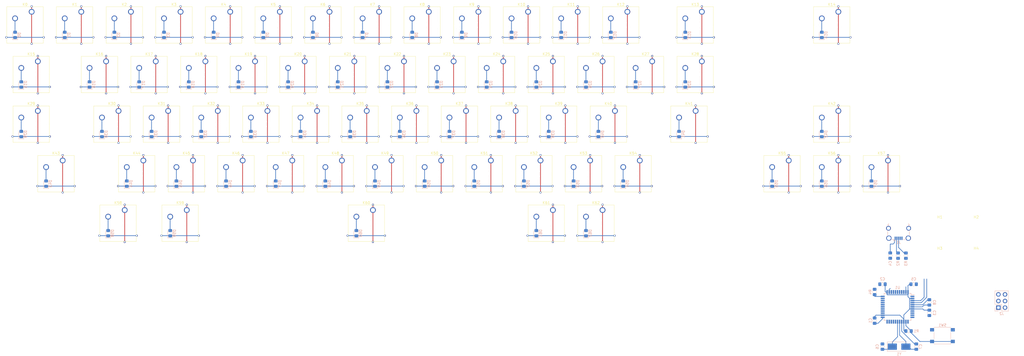
<source format=kicad_pcb>
(kicad_pcb (version 20171130) (host pcbnew "(5.1.5-0-10_14)")
  (layers (0 F.Cu signal) (31 B.Cu signal) (34 B.Paste user) (35 F.Paste user) (36 B.SilkS user) (37 F.SilkS user) (38 B.Mask user) (39 F.Mask user) (44 Edge.Cuts user))
  (net 0 "")
  (net 1 GND)
  (net 2 VCC)
  (net 3 "Net-(C6-Pad1)")
  (net 4 "Net-(C7-Pad1)")
  (net 5 "Net-(C8-Pad1)")
  (net 6 "Net-(J1-Pad4)")
  (net 7 "Net-(J1-Pad3)")
  (net 8 "Net-(J1-Pad2)")
  (net 9 "Net-(R2-Pad1)")
  (net 10 "Net-(R3-Pad1)")
  (net 11 "Net-(R4-Pad2)")
  (net 12 "Net-(U1-Pad42)")
  (net 13 /Reset)
  (net 14 /Row_0)
  (net 15 /Row_1)
  (net 16 /Row_2)
  (net 17 /Row_3)
  (net 18 /Row_4)
  (net 19 /Row_5)
  (net 20 /Row_6)
  (net 21 /Col_0)
  (net 22 /Col_1)
  (net 23 /Col_2)
  (net 24 /Col_3)
  (net 25 /Col_4)
  (net 26 /Col_5)
  (net 27 /Col_6)
  (net 28 /Col_7)
  (net 29 /Col_8)
  (net 30 /Col_9)
  (net 31 /Col_10)
  (net 32 /Col_11)
  (net 33 /Col_12)
  (net 34 /Col_13)
  (net 35 /Col_14)
  (net 36 /Col_15)
  (net 37 /Col_16)
  (net 38 /Col_17)
  (net 39 "Net-(D0-Pad2)")
  (net 40 "Net-(D1-Pad2)")
  (net 41 "Net-(D2-Pad2)")
  (net 42 "Net-(D3-Pad2)")
  (net 43 "Net-(D4-Pad2)")
  (net 44 "Net-(D5-Pad2)")
  (net 45 "Net-(D6-Pad2)")
  (net 46 "Net-(D7-Pad2)")
  (net 47 "Net-(D8-Pad2)")
  (net 48 "Net-(D9-Pad2)")
  (net 49 "Net-(D10-Pad2)")
  (net 50 "Net-(D11-Pad2)")
  (net 51 "Net-(D12-Pad2)")
  (net 52 "Net-(D13-Pad2)")
  (net 53 "Net-(D14-Pad2)")
  (net 54 "Net-(D15-Pad2)")
  (net 55 "Net-(D16-Pad2)")
  (net 56 "Net-(D17-Pad2)")
  (net 57 "Net-(D18-Pad2)")
  (net 58 "Net-(D19-Pad2)")
  (net 59 "Net-(D20-Pad2)")
  (net 60 "Net-(D21-Pad2)")
  (net 61 "Net-(D22-Pad2)")
  (net 62 "Net-(D23-Pad2)")
  (net 63 "Net-(D24-Pad2)")
  (net 64 "Net-(D25-Pad2)")
  (net 65 "Net-(D26-Pad2)")
  (net 66 "Net-(D27-Pad2)")
  (net 67 "Net-(D28-Pad2)")
  (net 68 "Net-(D29-Pad2)")
  (net 69 "Net-(D30-Pad2)")
  (net 70 "Net-(D31-Pad2)")
  (net 71 "Net-(D32-Pad2)")
  (net 72 "Net-(D33-Pad2)")
  (net 73 "Net-(D34-Pad2)")
  (net 74 "Net-(D35-Pad2)")
  (net 75 "Net-(D36-Pad2)")
  (net 76 "Net-(D37-Pad2)")
  (net 77 "Net-(D38-Pad2)")
  (net 78 "Net-(D39-Pad2)")
  (net 79 "Net-(D40-Pad2)")
  (net 80 "Net-(D41-Pad2)")
  (net 81 "Net-(D42-Pad2)")
  (net 82 "Net-(D43-Pad2)")
  (net 83 "Net-(D44-Pad2)")
  (net 84 "Net-(D45-Pad2)")
  (net 85 "Net-(D46-Pad2)")
  (net 86 "Net-(D47-Pad2)")
  (net 87 "Net-(D48-Pad2)")
  (net 88 "Net-(D49-Pad2)")
  (net 89 "Net-(D50-Pad2)")
  (net 90 "Net-(D51-Pad2)")
  (net 91 "Net-(D52-Pad2)")
  (net 92 "Net-(D53-Pad2)")
  (net 93 "Net-(D54-Pad2)")
  (net 94 "Net-(D55-Pad2)")
  (net 95 "Net-(D56-Pad2)")
  (net 96 "Net-(D57-Pad2)")
  (net 97 "Net-(D58-Pad2)")
  (net 98 "Net-(D59-Pad2)")
  (net 99 "Net-(D60-Pad2)")
  (net 100 "Net-(D61-Pad2)")
  (net 101 "Net-(D62-Pad2)")
  (module Connector_USB:USB_Micro-B_Wuerth_629105150521_CircularHoles (layer B.Cu) (at 242.2 112.45)
    (fp_text reference J1 (at 0 3.5) (layer B.SilkS) (effects (justify mirror)))
    (fp_text value USB_B_Micro)
    (pad "" np_thru_hole circle (at 2.5 0.8) (size 0.8 0.8) (drill 0.8) (layers *.Cu *.Mask))
    (pad "" np_thru_hole circle (at -2.5 0.8) (size 0.8 0.8) (drill 0.8) (layers *.Cu *.Mask))
    (pad 6 thru_hole circle (at 3.875 -1.95) (size 1.8 1.8) (drill 1.2) (layers *.Cu *.Mask) (net 1 GND))
    (pad 6 thru_hole circle (at -3.875 -1.95) (size 1.8 1.8) (drill 1.2) (layers *.Cu *.Mask) (net 1 GND))
    (pad 6 thru_hole circle (at 3.725 1.85) (size 2 2) (drill 1.4) (layers *.Cu *.Mask) (net 1 GND))
    (pad 6 thru_hole circle (at -3.725 1.85) (size 2 2) (drill 1.4) (layers *.Cu *.Mask) (net 1 GND))
    (pad 5 smd rect (at 1.3 1.9) (size 0.45 1.3) (layers B.Cu B.Paste B.Mask) (net 1 GND))
    (pad 4 smd rect (at 0.65 1.9) (size 0.45 1.3) (layers B.Cu B.Paste B.Mask) (net 6 "Net-(J1-Pad4)"))
    (pad 3 smd rect (at 0 1.9) (size 0.45 1.3) (layers B.Cu B.Paste B.Mask) (net 7 "Net-(J1-Pad3)"))
    (pad 2 smd rect (at -0.65 1.9) (size 0.45 1.3) (layers B.Cu B.Paste B.Mask) (net 8 "Net-(J1-Pad2)"))
    (pad 1 smd rect (at -1.3 1.9) (size 0.45 1.3) (layers B.Cu B.Paste B.Mask) (net 2 VCC))
  )
  (module Button_Switch_Keyboard:SW_Cherry_MX_1.00u_PCB (layer F.Cu) (at -90.475 27.305)
    (fp_text reference K0 (at -2.54 -2.794) (layer F.SilkS))
    (fp_text value KEYSW)
    (pad "" np_thru_hole circle (at 2.54 5.08) (size 1.7 1.7) (drill 1.7) (layers *.Cu *.Mask))
    (pad "" np_thru_hole circle (at -7.62 5.08) (size 1.7 1.7) (drill 1.7) (layers *.Cu *.Mask))
    (pad "" np_thru_hole circle (at -2.54 5.08) (size 4 4) (drill 4) (layers *.Cu *.Mask))
    (pad 2 thru_hole circle (at -6.35 2.54) (size 2.2 2.2) (drill 1.5) (layers *.Cu *.Mask) (net 39 "Net-(D0-Pad2)"))
    (pad 1 thru_hole circle (at 0 0) (size 2.2 2.2) (drill 1.5) (layers *.Cu *.Mask) (net 21 /Col_0))
  )
  (module Diode_SMD:D_0805_2012Metric_Pad1.15x1.40mm_HandSolder (layer B.Cu) (at -96.825 36.195 90)
    (fp_text reference D0 (at 0 1.65 90) (layer B.SilkS) (effects (justify mirror)))
    (fp_text value D)
    (pad 2 smd roundrect (at 1.025 0 90) (size 1.15 1.4) (layers B.Cu B.Paste B.Mask) (roundrect_rratio 0.217391) (net 39 "Net-(D0-Pad2)"))
    (pad 1 smd roundrect (at -1.025 0 90) (size 1.15 1.4) (layers B.Cu B.Paste B.Mask) (roundrect_rratio 0.217391) (net 14 /Row_0))
  )
  (module Button_Switch_Keyboard:SW_Cherry_MX_1.00u_PCB (layer F.Cu) (at -71.425 27.305)
    (fp_text reference K1 (at -2.54 -2.794) (layer F.SilkS))
    (fp_text value KEYSW)
    (pad "" np_thru_hole circle (at 2.54 5.08) (size 1.7 1.7) (drill 1.7) (layers *.Cu *.Mask))
    (pad "" np_thru_hole circle (at -7.62 5.08) (size 1.7 1.7) (drill 1.7) (layers *.Cu *.Mask))
    (pad "" np_thru_hole circle (at -2.54 5.08) (size 4 4) (drill 4) (layers *.Cu *.Mask))
    (pad 2 thru_hole circle (at -6.35 2.54) (size 2.2 2.2) (drill 1.5) (layers *.Cu *.Mask) (net 40 "Net-(D1-Pad2)"))
    (pad 1 thru_hole circle (at 0 0) (size 2.2 2.2) (drill 1.5) (layers *.Cu *.Mask) (net 22 /Col_1))
  )
  (module Diode_SMD:D_0805_2012Metric_Pad1.15x1.40mm_HandSolder (layer B.Cu) (at -77.775 36.195 90)
    (fp_text reference D1 (at 0 1.65 90) (layer B.SilkS) (effects (justify mirror)))
    (fp_text value D)
    (pad 2 smd roundrect (at 1.025 0 90) (size 1.15 1.4) (layers B.Cu B.Paste B.Mask) (roundrect_rratio 0.217391) (net 40 "Net-(D1-Pad2)"))
    (pad 1 smd roundrect (at -1.025 0 90) (size 1.15 1.4) (layers B.Cu B.Paste B.Mask) (roundrect_rratio 0.217391) (net 14 /Row_0))
  )
  (module Button_Switch_Keyboard:SW_Cherry_MX_1.00u_PCB (layer F.Cu) (at -52.375 27.305)
    (fp_text reference K2 (at -2.54 -2.794) (layer F.SilkS))
    (fp_text value KEYSW)
    (pad "" np_thru_hole circle (at 2.54 5.08) (size 1.7 1.7) (drill 1.7) (layers *.Cu *.Mask))
    (pad "" np_thru_hole circle (at -7.62 5.08) (size 1.7 1.7) (drill 1.7) (layers *.Cu *.Mask))
    (pad "" np_thru_hole circle (at -2.54 5.08) (size 4 4) (drill 4) (layers *.Cu *.Mask))
    (pad 2 thru_hole circle (at -6.35 2.54) (size 2.2 2.2) (drill 1.5) (layers *.Cu *.Mask) (net 41 "Net-(D2-Pad2)"))
    (pad 1 thru_hole circle (at 0 0) (size 2.2 2.2) (drill 1.5) (layers *.Cu *.Mask) (net 23 /Col_2))
  )
  (module Diode_SMD:D_0805_2012Metric_Pad1.15x1.40mm_HandSolder (layer B.Cu) (at -58.725 36.195 90)
    (fp_text reference D2 (at 0 1.65 90) (layer B.SilkS) (effects (justify mirror)))
    (fp_text value D)
    (pad 2 smd roundrect (at 1.025 0 90) (size 1.15 1.4) (layers B.Cu B.Paste B.Mask) (roundrect_rratio 0.217391) (net 41 "Net-(D2-Pad2)"))
    (pad 1 smd roundrect (at -1.025 0 90) (size 1.15 1.4) (layers B.Cu B.Paste B.Mask) (roundrect_rratio 0.217391) (net 14 /Row_0))
  )
  (module Button_Switch_Keyboard:SW_Cherry_MX_1.00u_PCB (layer F.Cu) (at -33.325 27.305)
    (fp_text reference K3 (at -2.54 -2.794) (layer F.SilkS))
    (fp_text value KEYSW)
    (pad "" np_thru_hole circle (at 2.54 5.08) (size 1.7 1.7) (drill 1.7) (layers *.Cu *.Mask))
    (pad "" np_thru_hole circle (at -7.62 5.08) (size 1.7 1.7) (drill 1.7) (layers *.Cu *.Mask))
    (pad "" np_thru_hole circle (at -2.54 5.08) (size 4 4) (drill 4) (layers *.Cu *.Mask))
    (pad 2 thru_hole circle (at -6.35 2.54) (size 2.2 2.2) (drill 1.5) (layers *.Cu *.Mask) (net 42 "Net-(D3-Pad2)"))
    (pad 1 thru_hole circle (at 0 0) (size 2.2 2.2) (drill 1.5) (layers *.Cu *.Mask) (net 24 /Col_3))
  )
  (module Diode_SMD:D_0805_2012Metric_Pad1.15x1.40mm_HandSolder (layer B.Cu) (at -39.675 36.195 90)
    (fp_text reference D3 (at 0 1.65 90) (layer B.SilkS) (effects (justify mirror)))
    (fp_text value D)
    (pad 2 smd roundrect (at 1.025 0 90) (size 1.15 1.4) (layers B.Cu B.Paste B.Mask) (roundrect_rratio 0.217391) (net 42 "Net-(D3-Pad2)"))
    (pad 1 smd roundrect (at -1.025 0 90) (size 1.15 1.4) (layers B.Cu B.Paste B.Mask) (roundrect_rratio 0.217391) (net 14 /Row_0))
  )
  (module Button_Switch_Keyboard:SW_Cherry_MX_1.00u_PCB (layer F.Cu) (at -14.275 27.305)
    (fp_text reference K4 (at -2.54 -2.794) (layer F.SilkS))
    (fp_text value KEYSW)
    (pad "" np_thru_hole circle (at 2.54 5.08) (size 1.7 1.7) (drill 1.7) (layers *.Cu *.Mask))
    (pad "" np_thru_hole circle (at -7.62 5.08) (size 1.7 1.7) (drill 1.7) (layers *.Cu *.Mask))
    (pad "" np_thru_hole circle (at -2.54 5.08) (size 4 4) (drill 4) (layers *.Cu *.Mask))
    (pad 2 thru_hole circle (at -6.35 2.54) (size 2.2 2.2) (drill 1.5) (layers *.Cu *.Mask) (net 43 "Net-(D4-Pad2)"))
    (pad 1 thru_hole circle (at 0 0) (size 2.2 2.2) (drill 1.5) (layers *.Cu *.Mask) (net 25 /Col_4))
  )
  (module Diode_SMD:D_0805_2012Metric_Pad1.15x1.40mm_HandSolder (layer B.Cu) (at -20.625 36.195 90)
    (fp_text reference D4 (at 0 1.65 90) (layer B.SilkS) (effects (justify mirror)))
    (fp_text value D)
    (pad 2 smd roundrect (at 1.025 0 90) (size 1.15 1.4) (layers B.Cu B.Paste B.Mask) (roundrect_rratio 0.217391) (net 43 "Net-(D4-Pad2)"))
    (pad 1 smd roundrect (at -1.025 0 90) (size 1.15 1.4) (layers B.Cu B.Paste B.Mask) (roundrect_rratio 0.217391) (net 14 /Row_0))
  )
  (module Button_Switch_Keyboard:SW_Cherry_MX_1.00u_PCB (layer F.Cu) (at 4.775 27.305)
    (fp_text reference K5 (at -2.54 -2.794) (layer F.SilkS))
    (fp_text value KEYSW)
    (pad "" np_thru_hole circle (at 2.54 5.08) (size 1.7 1.7) (drill 1.7) (layers *.Cu *.Mask))
    (pad "" np_thru_hole circle (at -7.62 5.08) (size 1.7 1.7) (drill 1.7) (layers *.Cu *.Mask))
    (pad "" np_thru_hole circle (at -2.54 5.08) (size 4 4) (drill 4) (layers *.Cu *.Mask))
    (pad 2 thru_hole circle (at -6.35 2.54) (size 2.2 2.2) (drill 1.5) (layers *.Cu *.Mask) (net 44 "Net-(D5-Pad2)"))
    (pad 1 thru_hole circle (at 0 0) (size 2.2 2.2) (drill 1.5) (layers *.Cu *.Mask) (net 26 /Col_5))
  )
  (module Diode_SMD:D_0805_2012Metric_Pad1.15x1.40mm_HandSolder (layer B.Cu) (at -1.575 36.195 90)
    (fp_text reference D5 (at 0 1.65 90) (layer B.SilkS) (effects (justify mirror)))
    (fp_text value D)
    (pad 2 smd roundrect (at 1.025 0 90) (size 1.15 1.4) (layers B.Cu B.Paste B.Mask) (roundrect_rratio 0.217391) (net 44 "Net-(D5-Pad2)"))
    (pad 1 smd roundrect (at -1.025 0 90) (size 1.15 1.4) (layers B.Cu B.Paste B.Mask) (roundrect_rratio 0.217391) (net 14 /Row_0))
  )
  (module Button_Switch_Keyboard:SW_Cherry_MX_1.00u_PCB (layer F.Cu) (at 23.825 27.305)
    (fp_text reference K6 (at -2.54 -2.794) (layer F.SilkS))
    (fp_text value KEYSW)
    (pad "" np_thru_hole circle (at 2.54 5.08) (size 1.7 1.7) (drill 1.7) (layers *.Cu *.Mask))
    (pad "" np_thru_hole circle (at -7.62 5.08) (size 1.7 1.7) (drill 1.7) (layers *.Cu *.Mask))
    (pad "" np_thru_hole circle (at -2.54 5.08) (size 4 4) (drill 4) (layers *.Cu *.Mask))
    (pad 2 thru_hole circle (at -6.35 2.54) (size 2.2 2.2) (drill 1.5) (layers *.Cu *.Mask) (net 45 "Net-(D6-Pad2)"))
    (pad 1 thru_hole circle (at 0 0) (size 2.2 2.2) (drill 1.5) (layers *.Cu *.Mask) (net 27 /Col_6))
  )
  (module Diode_SMD:D_0805_2012Metric_Pad1.15x1.40mm_HandSolder (layer B.Cu) (at 17.475 36.195 90)
    (fp_text reference D6 (at 0 1.65 90) (layer B.SilkS) (effects (justify mirror)))
    (fp_text value D)
    (pad 2 smd roundrect (at 1.025 0 90) (size 1.15 1.4) (layers B.Cu B.Paste B.Mask) (roundrect_rratio 0.217391) (net 45 "Net-(D6-Pad2)"))
    (pad 1 smd roundrect (at -1.025 0 90) (size 1.15 1.4) (layers B.Cu B.Paste B.Mask) (roundrect_rratio 0.217391) (net 14 /Row_0))
  )
  (module Button_Switch_Keyboard:SW_Cherry_MX_1.00u_PCB (layer F.Cu) (at 42.875 27.305)
    (fp_text reference K7 (at -2.54 -2.794) (layer F.SilkS))
    (fp_text value KEYSW)
    (pad "" np_thru_hole circle (at 2.54 5.08) (size 1.7 1.7) (drill 1.7) (layers *.Cu *.Mask))
    (pad "" np_thru_hole circle (at -7.62 5.08) (size 1.7 1.7) (drill 1.7) (layers *.Cu *.Mask))
    (pad "" np_thru_hole circle (at -2.54 5.08) (size 4 4) (drill 4) (layers *.Cu *.Mask))
    (pad 2 thru_hole circle (at -6.35 2.54) (size 2.2 2.2) (drill 1.5) (layers *.Cu *.Mask) (net 46 "Net-(D7-Pad2)"))
    (pad 1 thru_hole circle (at 0 0) (size 2.2 2.2) (drill 1.5) (layers *.Cu *.Mask) (net 28 /Col_7))
  )
  (module Diode_SMD:D_0805_2012Metric_Pad1.15x1.40mm_HandSolder (layer B.Cu) (at 36.525 36.195 90)
    (fp_text reference D7 (at 0 1.65 90) (layer B.SilkS) (effects (justify mirror)))
    (fp_text value D)
    (pad 2 smd roundrect (at 1.025 0 90) (size 1.15 1.4) (layers B.Cu B.Paste B.Mask) (roundrect_rratio 0.217391) (net 46 "Net-(D7-Pad2)"))
    (pad 1 smd roundrect (at -1.025 0 90) (size 1.15 1.4) (layers B.Cu B.Paste B.Mask) (roundrect_rratio 0.217391) (net 14 /Row_0))
  )
  (module Button_Switch_Keyboard:SW_Cherry_MX_1.00u_PCB (layer F.Cu) (at 61.925 27.305)
    (fp_text reference K8 (at -2.54 -2.794) (layer F.SilkS))
    (fp_text value KEYSW)
    (pad "" np_thru_hole circle (at 2.54 5.08) (size 1.7 1.7) (drill 1.7) (layers *.Cu *.Mask))
    (pad "" np_thru_hole circle (at -7.62 5.08) (size 1.7 1.7) (drill 1.7) (layers *.Cu *.Mask))
    (pad "" np_thru_hole circle (at -2.54 5.08) (size 4 4) (drill 4) (layers *.Cu *.Mask))
    (pad 2 thru_hole circle (at -6.35 2.54) (size 2.2 2.2) (drill 1.5) (layers *.Cu *.Mask) (net 47 "Net-(D8-Pad2)"))
    (pad 1 thru_hole circle (at 0 0) (size 2.2 2.2) (drill 1.5) (layers *.Cu *.Mask) (net 29 /Col_8))
  )
  (module Diode_SMD:D_0805_2012Metric_Pad1.15x1.40mm_HandSolder (layer B.Cu) (at 55.575 36.195 90)
    (fp_text reference D8 (at 0 1.65 90) (layer B.SilkS) (effects (justify mirror)))
    (fp_text value D)
    (pad 2 smd roundrect (at 1.025 0 90) (size 1.15 1.4) (layers B.Cu B.Paste B.Mask) (roundrect_rratio 0.217391) (net 47 "Net-(D8-Pad2)"))
    (pad 1 smd roundrect (at -1.025 0 90) (size 1.15 1.4) (layers B.Cu B.Paste B.Mask) (roundrect_rratio 0.217391) (net 14 /Row_0))
  )
  (module Button_Switch_Keyboard:SW_Cherry_MX_1.00u_PCB (layer F.Cu) (at 80.975 27.305)
    (fp_text reference K9 (at -2.54 -2.794) (layer F.SilkS))
    (fp_text value KEYSW)
    (pad "" np_thru_hole circle (at 2.54 5.08) (size 1.7 1.7) (drill 1.7) (layers *.Cu *.Mask))
    (pad "" np_thru_hole circle (at -7.62 5.08) (size 1.7 1.7) (drill 1.7) (layers *.Cu *.Mask))
    (pad "" np_thru_hole circle (at -2.54 5.08) (size 4 4) (drill 4) (layers *.Cu *.Mask))
    (pad 2 thru_hole circle (at -6.35 2.54) (size 2.2 2.2) (drill 1.5) (layers *.Cu *.Mask) (net 48 "Net-(D9-Pad2)"))
    (pad 1 thru_hole circle (at 0 0) (size 2.2 2.2) (drill 1.5) (layers *.Cu *.Mask) (net 30 /Col_9))
  )
  (module Diode_SMD:D_0805_2012Metric_Pad1.15x1.40mm_HandSolder (layer B.Cu) (at 74.625 36.195 90)
    (fp_text reference D9 (at 0 1.65 90) (layer B.SilkS) (effects (justify mirror)))
    (fp_text value D)
    (pad 2 smd roundrect (at 1.025 0 90) (size 1.15 1.4) (layers B.Cu B.Paste B.Mask) (roundrect_rratio 0.217391) (net 48 "Net-(D9-Pad2)"))
    (pad 1 smd roundrect (at -1.025 0 90) (size 1.15 1.4) (layers B.Cu B.Paste B.Mask) (roundrect_rratio 0.217391) (net 14 /Row_0))
  )
  (module Button_Switch_Keyboard:SW_Cherry_MX_1.00u_PCB (layer F.Cu) (at 100.025 27.305)
    (fp_text reference K10 (at -2.54 -2.794) (layer F.SilkS))
    (fp_text value KEYSW)
    (pad "" np_thru_hole circle (at 2.54 5.08) (size 1.7 1.7) (drill 1.7) (layers *.Cu *.Mask))
    (pad "" np_thru_hole circle (at -7.62 5.08) (size 1.7 1.7) (drill 1.7) (layers *.Cu *.Mask))
    (pad "" np_thru_hole circle (at -2.54 5.08) (size 4 4) (drill 4) (layers *.Cu *.Mask))
    (pad 2 thru_hole circle (at -6.35 2.54) (size 2.2 2.2) (drill 1.5) (layers *.Cu *.Mask) (net 49 "Net-(D10-Pad2)"))
    (pad 1 thru_hole circle (at 0 0) (size 2.2 2.2) (drill 1.5) (layers *.Cu *.Mask) (net 31 /Col_10))
  )
  (module Diode_SMD:D_0805_2012Metric_Pad1.15x1.40mm_HandSolder (layer B.Cu) (at 93.675 36.195 90)
    (fp_text reference D10 (at 0 1.65 90) (layer B.SilkS) (effects (justify mirror)))
    (fp_text value D)
    (pad 2 smd roundrect (at 1.025 0 90) (size 1.15 1.4) (layers B.Cu B.Paste B.Mask) (roundrect_rratio 0.217391) (net 49 "Net-(D10-Pad2)"))
    (pad 1 smd roundrect (at -1.025 0 90) (size 1.15 1.4) (layers B.Cu B.Paste B.Mask) (roundrect_rratio 0.217391) (net 14 /Row_0))
  )
  (module Button_Switch_Keyboard:SW_Cherry_MX_1.00u_PCB (layer F.Cu) (at 119.075 27.305)
    (fp_text reference K11 (at -2.54 -2.794) (layer F.SilkS))
    (fp_text value KEYSW)
    (pad "" np_thru_hole circle (at 2.54 5.08) (size 1.7 1.7) (drill 1.7) (layers *.Cu *.Mask))
    (pad "" np_thru_hole circle (at -7.62 5.08) (size 1.7 1.7) (drill 1.7) (layers *.Cu *.Mask))
    (pad "" np_thru_hole circle (at -2.54 5.08) (size 4 4) (drill 4) (layers *.Cu *.Mask))
    (pad 2 thru_hole circle (at -6.35 2.54) (size 2.2 2.2) (drill 1.5) (layers *.Cu *.Mask) (net 50 "Net-(D11-Pad2)"))
    (pad 1 thru_hole circle (at 0 0) (size 2.2 2.2) (drill 1.5) (layers *.Cu *.Mask) (net 32 /Col_11))
  )
  (module Diode_SMD:D_0805_2012Metric_Pad1.15x1.40mm_HandSolder (layer B.Cu) (at 112.725 36.195 90)
    (fp_text reference D11 (at 0 1.65 90) (layer B.SilkS) (effects (justify mirror)))
    (fp_text value D)
    (pad 2 smd roundrect (at 1.025 0 90) (size 1.15 1.4) (layers B.Cu B.Paste B.Mask) (roundrect_rratio 0.217391) (net 50 "Net-(D11-Pad2)"))
    (pad 1 smd roundrect (at -1.025 0 90) (size 1.15 1.4) (layers B.Cu B.Paste B.Mask) (roundrect_rratio 0.217391) (net 14 /Row_0))
  )
  (module Button_Switch_Keyboard:SW_Cherry_MX_1.00u_PCB (layer F.Cu) (at 138.125 27.305)
    (fp_text reference K12 (at -2.54 -2.794) (layer F.SilkS))
    (fp_text value KEYSW)
    (pad "" np_thru_hole circle (at 2.54 5.08) (size 1.7 1.7) (drill 1.7) (layers *.Cu *.Mask))
    (pad "" np_thru_hole circle (at -7.62 5.08) (size 1.7 1.7) (drill 1.7) (layers *.Cu *.Mask))
    (pad "" np_thru_hole circle (at -2.54 5.08) (size 4 4) (drill 4) (layers *.Cu *.Mask))
    (pad 2 thru_hole circle (at -6.35 2.54) (size 2.2 2.2) (drill 1.5) (layers *.Cu *.Mask) (net 51 "Net-(D12-Pad2)"))
    (pad 1 thru_hole circle (at 0 0) (size 2.2 2.2) (drill 1.5) (layers *.Cu *.Mask) (net 33 /Col_12))
  )
  (module Diode_SMD:D_0805_2012Metric_Pad1.15x1.40mm_HandSolder (layer B.Cu) (at 131.775 36.195 90)
    (fp_text reference D12 (at 0 1.65 90) (layer B.SilkS) (effects (justify mirror)))
    (fp_text value D)
    (pad 2 smd roundrect (at 1.025 0 90) (size 1.15 1.4) (layers B.Cu B.Paste B.Mask) (roundrect_rratio 0.217391) (net 51 "Net-(D12-Pad2)"))
    (pad 1 smd roundrect (at -1.025 0 90) (size 1.15 1.4) (layers B.Cu B.Paste B.Mask) (roundrect_rratio 0.217391) (net 14 /Row_0))
  )
  (module Button_Switch_Keyboard:SW_Cherry_MX_2.00u_PCB (layer F.Cu) (at 166.7 27.305)
    (fp_text reference K13 (at -2.54 -2.794) (layer F.SilkS))
    (fp_text value KEYSW)
    (pad "" np_thru_hole circle (at 9.36 -1.92) (size 3.05 3.05) (drill 3.05) (layers *.Cu *.Mask))
    (pad "" np_thru_hole circle (at -14.44 -1.92) (size 3.05 3.05) (drill 3.05) (layers *.Cu *.Mask))
    (pad "" np_thru_hole circle (at -14.44 13.32) (size 4 4) (drill 4) (layers *.Cu *.Mask))
    (pad "" np_thru_hole circle (at 9.36 13.32) (size 4 4) (drill 4) (layers *.Cu *.Mask))
    (pad "" np_thru_hole circle (at 2.54 5.08) (size 1.7 1.7) (drill 1.7) (layers *.Cu *.Mask))
    (pad "" np_thru_hole circle (at -7.62 5.08) (size 1.7 1.7) (drill 1.7) (layers *.Cu *.Mask))
    (pad "" np_thru_hole circle (at -2.54 5.08) (size 4 4) (drill 4) (layers *.Cu *.Mask))
    (pad 2 thru_hole circle (at -6.35 2.54) (size 2.2 2.2) (drill 1.5) (layers *.Cu *.Mask) (net 52 "Net-(D13-Pad2)"))
    (pad 1 thru_hole circle (at 0 0) (size 2.2 2.2) (drill 1.5) (layers *.Cu *.Mask) (net 34 /Col_13))
  )
  (module Diode_SMD:D_0805_2012Metric_Pad1.15x1.40mm_HandSolder (layer B.Cu) (at 160.35 36.195 90)
    (fp_text reference D13 (at 0 1.65 90) (layer B.SilkS) (effects (justify mirror)))
    (fp_text value D)
    (pad 2 smd roundrect (at 1.025 0 90) (size 1.15 1.4) (layers B.Cu B.Paste B.Mask) (roundrect_rratio 0.217391) (net 52 "Net-(D13-Pad2)"))
    (pad 1 smd roundrect (at -1.025 0 90) (size 1.15 1.4) (layers B.Cu B.Paste B.Mask) (roundrect_rratio 0.217391) (net 14 /Row_0))
  )
  (module Button_Switch_Keyboard:SW_Cherry_MX_1.00u_PCB (layer F.Cu) (at 219.0875 27.305)
    (fp_text reference K14 (at -2.54 -2.794) (layer F.SilkS))
    (fp_text value KEYSW)
    (pad "" np_thru_hole circle (at 2.54 5.08) (size 1.7 1.7) (drill 1.7) (layers *.Cu *.Mask))
    (pad "" np_thru_hole circle (at -7.62 5.08) (size 1.7 1.7) (drill 1.7) (layers *.Cu *.Mask))
    (pad "" np_thru_hole circle (at -2.54 5.08) (size 4 4) (drill 4) (layers *.Cu *.Mask))
    (pad 2 thru_hole circle (at -6.35 2.54) (size 2.2 2.2) (drill 1.5) (layers *.Cu *.Mask) (net 53 "Net-(D14-Pad2)"))
    (pad 1 thru_hole circle (at 0 0) (size 2.2 2.2) (drill 1.5) (layers *.Cu *.Mask) (net 35 /Col_14))
  )
  (module Diode_SMD:D_0805_2012Metric_Pad1.15x1.40mm_HandSolder (layer B.Cu) (at 212.7375 36.195 90)
    (fp_text reference D14 (at 0 1.65 90) (layer B.SilkS) (effects (justify mirror)))
    (fp_text value D)
    (pad 2 smd roundrect (at 1.025 0 90) (size 1.15 1.4) (layers B.Cu B.Paste B.Mask) (roundrect_rratio 0.217391) (net 53 "Net-(D14-Pad2)"))
    (pad 1 smd roundrect (at -1.025 0 90) (size 1.15 1.4) (layers B.Cu B.Paste B.Mask) (roundrect_rratio 0.217391) (net 14 /Row_0))
  )
  (module Button_Switch_Keyboard:SW_Cherry_MX_1.25u_PCB (layer F.Cu) (at -88.09375 46.355)
    (fp_text reference K15 (at -2.54 -2.794) (layer F.SilkS))
    (fp_text value KEYSW)
    (pad "" np_thru_hole circle (at 2.54 5.08) (size 1.7 1.7) (drill 1.7) (layers *.Cu *.Mask))
    (pad "" np_thru_hole circle (at -7.62 5.08) (size 1.7 1.7) (drill 1.7) (layers *.Cu *.Mask))
    (pad "" np_thru_hole circle (at -2.54 5.08) (size 4 4) (drill 4) (layers *.Cu *.Mask))
    (pad 2 thru_hole circle (at -6.35 2.54) (size 2.2 2.2) (drill 1.5) (layers *.Cu *.Mask) (net 54 "Net-(D15-Pad2)"))
    (pad 1 thru_hole circle (at 0 0) (size 2.2 2.2) (drill 1.5) (layers *.Cu *.Mask) (net 21 /Col_0))
  )
  (module Diode_SMD:D_0805_2012Metric_Pad1.15x1.40mm_HandSolder (layer B.Cu) (at -94.44375 55.245 90)
    (fp_text reference D15 (at 0 1.65 90) (layer B.SilkS) (effects (justify mirror)))
    (fp_text value D)
    (pad 2 smd roundrect (at 1.025 0 90) (size 1.15 1.4) (layers B.Cu B.Paste B.Mask) (roundrect_rratio 0.217391) (net 54 "Net-(D15-Pad2)"))
    (pad 1 smd roundrect (at -1.025 0 90) (size 1.15 1.4) (layers B.Cu B.Paste B.Mask) (roundrect_rratio 0.217391) (net 15 /Row_1))
  )
  (module Button_Switch_Keyboard:SW_Cherry_MX_1.00u_PCB (layer F.Cu) (at -61.9 46.355)
    (fp_text reference K16 (at -2.54 -2.794) (layer F.SilkS))
    (fp_text value KEYSW)
    (pad "" np_thru_hole circle (at 2.54 5.08) (size 1.7 1.7) (drill 1.7) (layers *.Cu *.Mask))
    (pad "" np_thru_hole circle (at -7.62 5.08) (size 1.7 1.7) (drill 1.7) (layers *.Cu *.Mask))
    (pad "" np_thru_hole circle (at -2.54 5.08) (size 4 4) (drill 4) (layers *.Cu *.Mask))
    (pad 2 thru_hole circle (at -6.35 2.54) (size 2.2 2.2) (drill 1.5) (layers *.Cu *.Mask) (net 55 "Net-(D16-Pad2)"))
    (pad 1 thru_hole circle (at 0 0) (size 2.2 2.2) (drill 1.5) (layers *.Cu *.Mask) (net 22 /Col_1))
  )
  (module Diode_SMD:D_0805_2012Metric_Pad1.15x1.40mm_HandSolder (layer B.Cu) (at -68.25 55.245 90)
    (fp_text reference D16 (at 0 1.65 90) (layer B.SilkS) (effects (justify mirror)))
    (fp_text value D)
    (pad 2 smd roundrect (at 1.025 0 90) (size 1.15 1.4) (layers B.Cu B.Paste B.Mask) (roundrect_rratio 0.217391) (net 55 "Net-(D16-Pad2)"))
    (pad 1 smd roundrect (at -1.025 0 90) (size 1.15 1.4) (layers B.Cu B.Paste B.Mask) (roundrect_rratio 0.217391) (net 15 /Row_1))
  )
  (module Button_Switch_Keyboard:SW_Cherry_MX_1.00u_PCB (layer F.Cu) (at -42.85 46.355)
    (fp_text reference K17 (at -2.54 -2.794) (layer F.SilkS))
    (fp_text value KEYSW)
    (pad "" np_thru_hole circle (at 2.54 5.08) (size 1.7 1.7) (drill 1.7) (layers *.Cu *.Mask))
    (pad "" np_thru_hole circle (at -7.62 5.08) (size 1.7 1.7) (drill 1.7) (layers *.Cu *.Mask))
    (pad "" np_thru_hole circle (at -2.54 5.08) (size 4 4) (drill 4) (layers *.Cu *.Mask))
    (pad 2 thru_hole circle (at -6.35 2.54) (size 2.2 2.2) (drill 1.5) (layers *.Cu *.Mask) (net 56 "Net-(D17-Pad2)"))
    (pad 1 thru_hole circle (at 0 0) (size 2.2 2.2) (drill 1.5) (layers *.Cu *.Mask) (net 23 /Col_2))
  )
  (module Diode_SMD:D_0805_2012Metric_Pad1.15x1.40mm_HandSolder (layer B.Cu) (at -49.2 55.245 90)
    (fp_text reference D17 (at 0 1.65 90) (layer B.SilkS) (effects (justify mirror)))
    (fp_text value D)
    (pad 2 smd roundrect (at 1.025 0 90) (size 1.15 1.4) (layers B.Cu B.Paste B.Mask) (roundrect_rratio 0.217391) (net 56 "Net-(D17-Pad2)"))
    (pad 1 smd roundrect (at -1.025 0 90) (size 1.15 1.4) (layers B.Cu B.Paste B.Mask) (roundrect_rratio 0.217391) (net 15 /Row_1))
  )
  (module Button_Switch_Keyboard:SW_Cherry_MX_1.00u_PCB (layer F.Cu) (at -23.8 46.355)
    (fp_text reference K18 (at -2.54 -2.794) (layer F.SilkS))
    (fp_text value KEYSW)
    (pad "" np_thru_hole circle (at 2.54 5.08) (size 1.7 1.7) (drill 1.7) (layers *.Cu *.Mask))
    (pad "" np_thru_hole circle (at -7.62 5.08) (size 1.7 1.7) (drill 1.7) (layers *.Cu *.Mask))
    (pad "" np_thru_hole circle (at -2.54 5.08) (size 4 4) (drill 4) (layers *.Cu *.Mask))
    (pad 2 thru_hole circle (at -6.35 2.54) (size 2.2 2.2) (drill 1.5) (layers *.Cu *.Mask) (net 57 "Net-(D18-Pad2)"))
    (pad 1 thru_hole circle (at 0 0) (size 2.2 2.2) (drill 1.5) (layers *.Cu *.Mask) (net 24 /Col_3))
  )
  (module Diode_SMD:D_0805_2012Metric_Pad1.15x1.40mm_HandSolder (layer B.Cu) (at -30.15 55.245 90)
    (fp_text reference D18 (at 0 1.65 90) (layer B.SilkS) (effects (justify mirror)))
    (fp_text value D)
    (pad 2 smd roundrect (at 1.025 0 90) (size 1.15 1.4) (layers B.Cu B.Paste B.Mask) (roundrect_rratio 0.217391) (net 57 "Net-(D18-Pad2)"))
    (pad 1 smd roundrect (at -1.025 0 90) (size 1.15 1.4) (layers B.Cu B.Paste B.Mask) (roundrect_rratio 0.217391) (net 15 /Row_1))
  )
  (module Button_Switch_Keyboard:SW_Cherry_MX_1.00u_PCB (layer F.Cu) (at -4.75 46.355)
    (fp_text reference K19 (at -2.54 -2.794) (layer F.SilkS))
    (fp_text value KEYSW)
    (pad "" np_thru_hole circle (at 2.54 5.08) (size 1.7 1.7) (drill 1.7) (layers *.Cu *.Mask))
    (pad "" np_thru_hole circle (at -7.62 5.08) (size 1.7 1.7) (drill 1.7) (layers *.Cu *.Mask))
    (pad "" np_thru_hole circle (at -2.54 5.08) (size 4 4) (drill 4) (layers *.Cu *.Mask))
    (pad 2 thru_hole circle (at -6.35 2.54) (size 2.2 2.2) (drill 1.5) (layers *.Cu *.Mask) (net 58 "Net-(D19-Pad2)"))
    (pad 1 thru_hole circle (at 0 0) (size 2.2 2.2) (drill 1.5) (layers *.Cu *.Mask) (net 25 /Col_4))
  )
  (module Diode_SMD:D_0805_2012Metric_Pad1.15x1.40mm_HandSolder (layer B.Cu) (at -11.1 55.245 90)
    (fp_text reference D19 (at 0 1.65 90) (layer B.SilkS) (effects (justify mirror)))
    (fp_text value D)
    (pad 2 smd roundrect (at 1.025 0 90) (size 1.15 1.4) (layers B.Cu B.Paste B.Mask) (roundrect_rratio 0.217391) (net 58 "Net-(D19-Pad2)"))
    (pad 1 smd roundrect (at -1.025 0 90) (size 1.15 1.4) (layers B.Cu B.Paste B.Mask) (roundrect_rratio 0.217391) (net 15 /Row_1))
  )
  (module Button_Switch_Keyboard:SW_Cherry_MX_1.00u_PCB (layer F.Cu) (at 14.3 46.355)
    (fp_text reference K20 (at -2.54 -2.794) (layer F.SilkS))
    (fp_text value KEYSW)
    (pad "" np_thru_hole circle (at 2.54 5.08) (size 1.7 1.7) (drill 1.7) (layers *.Cu *.Mask))
    (pad "" np_thru_hole circle (at -7.62 5.08) (size 1.7 1.7) (drill 1.7) (layers *.Cu *.Mask))
    (pad "" np_thru_hole circle (at -2.54 5.08) (size 4 4) (drill 4) (layers *.Cu *.Mask))
    (pad 2 thru_hole circle (at -6.35 2.54) (size 2.2 2.2) (drill 1.5) (layers *.Cu *.Mask) (net 59 "Net-(D20-Pad2)"))
    (pad 1 thru_hole circle (at 0 0) (size 2.2 2.2) (drill 1.5) (layers *.Cu *.Mask) (net 26 /Col_5))
  )
  (module Diode_SMD:D_0805_2012Metric_Pad1.15x1.40mm_HandSolder (layer B.Cu) (at 7.95 55.245 90)
    (fp_text reference D20 (at 0 1.65 90) (layer B.SilkS) (effects (justify mirror)))
    (fp_text value D)
    (pad 2 smd roundrect (at 1.025 0 90) (size 1.15 1.4) (layers B.Cu B.Paste B.Mask) (roundrect_rratio 0.217391) (net 59 "Net-(D20-Pad2)"))
    (pad 1 smd roundrect (at -1.025 0 90) (size 1.15 1.4) (layers B.Cu B.Paste B.Mask) (roundrect_rratio 0.217391) (net 15 /Row_1))
  )
  (module Button_Switch_Keyboard:SW_Cherry_MX_1.00u_PCB (layer F.Cu) (at 33.35 46.355)
    (fp_text reference K21 (at -2.54 -2.794) (layer F.SilkS))
    (fp_text value KEYSW)
    (pad "" np_thru_hole circle (at 2.54 5.08) (size 1.7 1.7) (drill 1.7) (layers *.Cu *.Mask))
    (pad "" np_thru_hole circle (at -7.62 5.08) (size 1.7 1.7) (drill 1.7) (layers *.Cu *.Mask))
    (pad "" np_thru_hole circle (at -2.54 5.08) (size 4 4) (drill 4) (layers *.Cu *.Mask))
    (pad 2 thru_hole circle (at -6.35 2.54) (size 2.2 2.2) (drill 1.5) (layers *.Cu *.Mask) (net 60 "Net-(D21-Pad2)"))
    (pad 1 thru_hole circle (at 0 0) (size 2.2 2.2) (drill 1.5) (layers *.Cu *.Mask) (net 27 /Col_6))
  )
  (module Diode_SMD:D_0805_2012Metric_Pad1.15x1.40mm_HandSolder (layer B.Cu) (at 27 55.245 90)
    (fp_text reference D21 (at 0 1.65 90) (layer B.SilkS) (effects (justify mirror)))
    (fp_text value D)
    (pad 2 smd roundrect (at 1.025 0 90) (size 1.15 1.4) (layers B.Cu B.Paste B.Mask) (roundrect_rratio 0.217391) (net 60 "Net-(D21-Pad2)"))
    (pad 1 smd roundrect (at -1.025 0 90) (size 1.15 1.4) (layers B.Cu B.Paste B.Mask) (roundrect_rratio 0.217391) (net 15 /Row_1))
  )
  (module Button_Switch_Keyboard:SW_Cherry_MX_1.00u_PCB (layer F.Cu) (at 52.4 46.355)
    (fp_text reference K22 (at -2.54 -2.794) (layer F.SilkS))
    (fp_text value KEYSW)
    (pad "" np_thru_hole circle (at 2.54 5.08) (size 1.7 1.7) (drill 1.7) (layers *.Cu *.Mask))
    (pad "" np_thru_hole circle (at -7.62 5.08) (size 1.7 1.7) (drill 1.7) (layers *.Cu *.Mask))
    (pad "" np_thru_hole circle (at -2.54 5.08) (size 4 4) (drill 4) (layers *.Cu *.Mask))
    (pad 2 thru_hole circle (at -6.35 2.54) (size 2.2 2.2) (drill 1.5) (layers *.Cu *.Mask) (net 61 "Net-(D22-Pad2)"))
    (pad 1 thru_hole circle (at 0 0) (size 2.2 2.2) (drill 1.5) (layers *.Cu *.Mask) (net 28 /Col_7))
  )
  (module Diode_SMD:D_0805_2012Metric_Pad1.15x1.40mm_HandSolder (layer B.Cu) (at 46.05 55.245 90)
    (fp_text reference D22 (at 0 1.65 90) (layer B.SilkS) (effects (justify mirror)))
    (fp_text value D)
    (pad 2 smd roundrect (at 1.025 0 90) (size 1.15 1.4) (layers B.Cu B.Paste B.Mask) (roundrect_rratio 0.217391) (net 61 "Net-(D22-Pad2)"))
    (pad 1 smd roundrect (at -1.025 0 90) (size 1.15 1.4) (layers B.Cu B.Paste B.Mask) (roundrect_rratio 0.217391) (net 15 /Row_1))
  )
  (module Button_Switch_Keyboard:SW_Cherry_MX_1.00u_PCB (layer F.Cu) (at 71.45 46.355)
    (fp_text reference K23 (at -2.54 -2.794) (layer F.SilkS))
    (fp_text value KEYSW)
    (pad "" np_thru_hole circle (at 2.54 5.08) (size 1.7 1.7) (drill 1.7) (layers *.Cu *.Mask))
    (pad "" np_thru_hole circle (at -7.62 5.08) (size 1.7 1.7) (drill 1.7) (layers *.Cu *.Mask))
    (pad "" np_thru_hole circle (at -2.54 5.08) (size 4 4) (drill 4) (layers *.Cu *.Mask))
    (pad 2 thru_hole circle (at -6.35 2.54) (size 2.2 2.2) (drill 1.5) (layers *.Cu *.Mask) (net 62 "Net-(D23-Pad2)"))
    (pad 1 thru_hole circle (at 0 0) (size 2.2 2.2) (drill 1.5) (layers *.Cu *.Mask) (net 29 /Col_8))
  )
  (module Diode_SMD:D_0805_2012Metric_Pad1.15x1.40mm_HandSolder (layer B.Cu) (at 65.1 55.245 90)
    (fp_text reference D23 (at 0 1.65 90) (layer B.SilkS) (effects (justify mirror)))
    (fp_text value D)
    (pad 2 smd roundrect (at 1.025 0 90) (size 1.15 1.4) (layers B.Cu B.Paste B.Mask) (roundrect_rratio 0.217391) (net 62 "Net-(D23-Pad2)"))
    (pad 1 smd roundrect (at -1.025 0 90) (size 1.15 1.4) (layers B.Cu B.Paste B.Mask) (roundrect_rratio 0.217391) (net 15 /Row_1))
  )
  (module Button_Switch_Keyboard:SW_Cherry_MX_1.00u_PCB (layer F.Cu) (at 90.5 46.355)
    (fp_text reference K24 (at -2.54 -2.794) (layer F.SilkS))
    (fp_text value KEYSW)
    (pad "" np_thru_hole circle (at 2.54 5.08) (size 1.7 1.7) (drill 1.7) (layers *.Cu *.Mask))
    (pad "" np_thru_hole circle (at -7.62 5.08) (size 1.7 1.7) (drill 1.7) (layers *.Cu *.Mask))
    (pad "" np_thru_hole circle (at -2.54 5.08) (size 4 4) (drill 4) (layers *.Cu *.Mask))
    (pad 2 thru_hole circle (at -6.35 2.54) (size 2.2 2.2) (drill 1.5) (layers *.Cu *.Mask) (net 63 "Net-(D24-Pad2)"))
    (pad 1 thru_hole circle (at 0 0) (size 2.2 2.2) (drill 1.5) (layers *.Cu *.Mask) (net 30 /Col_9))
  )
  (module Diode_SMD:D_0805_2012Metric_Pad1.15x1.40mm_HandSolder (layer B.Cu) (at 84.15 55.245 90)
    (fp_text reference D24 (at 0 1.65 90) (layer B.SilkS) (effects (justify mirror)))
    (fp_text value D)
    (pad 2 smd roundrect (at 1.025 0 90) (size 1.15 1.4) (layers B.Cu B.Paste B.Mask) (roundrect_rratio 0.217391) (net 63 "Net-(D24-Pad2)"))
    (pad 1 smd roundrect (at -1.025 0 90) (size 1.15 1.4) (layers B.Cu B.Paste B.Mask) (roundrect_rratio 0.217391) (net 15 /Row_1))
  )
  (module Button_Switch_Keyboard:SW_Cherry_MX_1.00u_PCB (layer F.Cu) (at 109.55 46.355)
    (fp_text reference K25 (at -2.54 -2.794) (layer F.SilkS))
    (fp_text value KEYSW)
    (pad "" np_thru_hole circle (at 2.54 5.08) (size 1.7 1.7) (drill 1.7) (layers *.Cu *.Mask))
    (pad "" np_thru_hole circle (at -7.62 5.08) (size 1.7 1.7) (drill 1.7) (layers *.Cu *.Mask))
    (pad "" np_thru_hole circle (at -2.54 5.08) (size 4 4) (drill 4) (layers *.Cu *.Mask))
    (pad 2 thru_hole circle (at -6.35 2.54) (size 2.2 2.2) (drill 1.5) (layers *.Cu *.Mask) (net 64 "Net-(D25-Pad2)"))
    (pad 1 thru_hole circle (at 0 0) (size 2.2 2.2) (drill 1.5) (layers *.Cu *.Mask) (net 31 /Col_10))
  )
  (module Diode_SMD:D_0805_2012Metric_Pad1.15x1.40mm_HandSolder (layer B.Cu) (at 103.2 55.245 90)
    (fp_text reference D25 (at 0 1.65 90) (layer B.SilkS) (effects (justify mirror)))
    (fp_text value D)
    (pad 2 smd roundrect (at 1.025 0 90) (size 1.15 1.4) (layers B.Cu B.Paste B.Mask) (roundrect_rratio 0.217391) (net 64 "Net-(D25-Pad2)"))
    (pad 1 smd roundrect (at -1.025 0 90) (size 1.15 1.4) (layers B.Cu B.Paste B.Mask) (roundrect_rratio 0.217391) (net 15 /Row_1))
  )
  (module Button_Switch_Keyboard:SW_Cherry_MX_1.00u_PCB (layer F.Cu) (at 128.6 46.355)
    (fp_text reference K26 (at -2.54 -2.794) (layer F.SilkS))
    (fp_text value KEYSW)
    (pad "" np_thru_hole circle (at 2.54 5.08) (size 1.7 1.7) (drill 1.7) (layers *.Cu *.Mask))
    (pad "" np_thru_hole circle (at -7.62 5.08) (size 1.7 1.7) (drill 1.7) (layers *.Cu *.Mask))
    (pad "" np_thru_hole circle (at -2.54 5.08) (size 4 4) (drill 4) (layers *.Cu *.Mask))
    (pad 2 thru_hole circle (at -6.35 2.54) (size 2.2 2.2) (drill 1.5) (layers *.Cu *.Mask) (net 65 "Net-(D26-Pad2)"))
    (pad 1 thru_hole circle (at 0 0) (size 2.2 2.2) (drill 1.5) (layers *.Cu *.Mask) (net 32 /Col_11))
  )
  (module Diode_SMD:D_0805_2012Metric_Pad1.15x1.40mm_HandSolder (layer B.Cu) (at 122.25 55.245 90)
    (fp_text reference D26 (at 0 1.65 90) (layer B.SilkS) (effects (justify mirror)))
    (fp_text value D)
    (pad 2 smd roundrect (at 1.025 0 90) (size 1.15 1.4) (layers B.Cu B.Paste B.Mask) (roundrect_rratio 0.217391) (net 65 "Net-(D26-Pad2)"))
    (pad 1 smd roundrect (at -1.025 0 90) (size 1.15 1.4) (layers B.Cu B.Paste B.Mask) (roundrect_rratio 0.217391) (net 15 /Row_1))
  )
  (module Button_Switch_Keyboard:SW_Cherry_MX_1.00u_PCB (layer F.Cu) (at 147.65 46.355)
    (fp_text reference K27 (at -2.54 -2.794) (layer F.SilkS))
    (fp_text value KEYSW)
    (pad "" np_thru_hole circle (at 2.54 5.08) (size 1.7 1.7) (drill 1.7) (layers *.Cu *.Mask))
    (pad "" np_thru_hole circle (at -7.62 5.08) (size 1.7 1.7) (drill 1.7) (layers *.Cu *.Mask))
    (pad "" np_thru_hole circle (at -2.54 5.08) (size 4 4) (drill 4) (layers *.Cu *.Mask))
    (pad 2 thru_hole circle (at -6.35 2.54) (size 2.2 2.2) (drill 1.5) (layers *.Cu *.Mask) (net 66 "Net-(D27-Pad2)"))
    (pad 1 thru_hole circle (at 0 0) (size 2.2 2.2) (drill 1.5) (layers *.Cu *.Mask) (net 33 /Col_12))
  )
  (module Diode_SMD:D_0805_2012Metric_Pad1.15x1.40mm_HandSolder (layer B.Cu) (at 141.3 55.245 90)
    (fp_text reference D27 (at 0 1.65 90) (layer B.SilkS) (effects (justify mirror)))
    (fp_text value D)
    (pad 2 smd roundrect (at 1.025 0 90) (size 1.15 1.4) (layers B.Cu B.Paste B.Mask) (roundrect_rratio 0.217391) (net 66 "Net-(D27-Pad2)"))
    (pad 1 smd roundrect (at -1.025 0 90) (size 1.15 1.4) (layers B.Cu B.Paste B.Mask) (roundrect_rratio 0.217391) (net 15 /Row_1))
  )
  (module Button_Switch_Keyboard:SW_Cherry_MX_1.00u_PCB (layer F.Cu) (at 166.7 46.355)
    (fp_text reference K28 (at -2.54 -2.794) (layer F.SilkS))
    (fp_text value KEYSW)
    (pad "" np_thru_hole circle (at 2.54 5.08) (size 1.7 1.7) (drill 1.7) (layers *.Cu *.Mask))
    (pad "" np_thru_hole circle (at -7.62 5.08) (size 1.7 1.7) (drill 1.7) (layers *.Cu *.Mask))
    (pad "" np_thru_hole circle (at -2.54 5.08) (size 4 4) (drill 4) (layers *.Cu *.Mask))
    (pad 2 thru_hole circle (at -6.35 2.54) (size 2.2 2.2) (drill 1.5) (layers *.Cu *.Mask) (net 67 "Net-(D28-Pad2)"))
    (pad 1 thru_hole circle (at 0 0) (size 2.2 2.2) (drill 1.5) (layers *.Cu *.Mask) (net 34 /Col_13))
  )
  (module Diode_SMD:D_0805_2012Metric_Pad1.15x1.40mm_HandSolder (layer B.Cu) (at 160.35 55.245 90)
    (fp_text reference D28 (at 0 1.65 90) (layer B.SilkS) (effects (justify mirror)))
    (fp_text value D)
    (pad 2 smd roundrect (at 1.025 0 90) (size 1.15 1.4) (layers B.Cu B.Paste B.Mask) (roundrect_rratio 0.217391) (net 67 "Net-(D28-Pad2)"))
    (pad 1 smd roundrect (at -1.025 0 90) (size 1.15 1.4) (layers B.Cu B.Paste B.Mask) (roundrect_rratio 0.217391) (net 15 /Row_1))
  )
  (module Button_Switch_Keyboard:SW_Cherry_MX_1.25u_PCB (layer F.Cu) (at -88.09375 65.405)
    (fp_text reference K29 (at -2.54 -2.794) (layer F.SilkS))
    (fp_text value KEYSW)
    (pad "" np_thru_hole circle (at 2.54 5.08) (size 1.7 1.7) (drill 1.7) (layers *.Cu *.Mask))
    (pad "" np_thru_hole circle (at -7.62 5.08) (size 1.7 1.7) (drill 1.7) (layers *.Cu *.Mask))
    (pad "" np_thru_hole circle (at -2.54 5.08) (size 4 4) (drill 4) (layers *.Cu *.Mask))
    (pad 2 thru_hole circle (at -6.35 2.54) (size 2.2 2.2) (drill 1.5) (layers *.Cu *.Mask) (net 68 "Net-(D29-Pad2)"))
    (pad 1 thru_hole circle (at 0 0) (size 2.2 2.2) (drill 1.5) (layers *.Cu *.Mask) (net 21 /Col_0))
  )
  (module Diode_SMD:D_0805_2012Metric_Pad1.15x1.40mm_HandSolder (layer B.Cu) (at -94.44375 74.295 90)
    (fp_text reference D29 (at 0 1.65 90) (layer B.SilkS) (effects (justify mirror)))
    (fp_text value D)
    (pad 2 smd roundrect (at 1.025 0 90) (size 1.15 1.4) (layers B.Cu B.Paste B.Mask) (roundrect_rratio 0.217391) (net 68 "Net-(D29-Pad2)"))
    (pad 1 smd roundrect (at -1.025 0 90) (size 1.15 1.4) (layers B.Cu B.Paste B.Mask) (roundrect_rratio 0.217391) (net 16 /Row_2))
  )
  (module Button_Switch_Keyboard:SW_Cherry_MX_1.00u_PCB (layer F.Cu) (at -57.1375 65.405)
    (fp_text reference K30 (at -2.54 -2.794) (layer F.SilkS))
    (fp_text value KEYSW)
    (pad "" np_thru_hole circle (at 2.54 5.08) (size 1.7 1.7) (drill 1.7) (layers *.Cu *.Mask))
    (pad "" np_thru_hole circle (at -7.62 5.08) (size 1.7 1.7) (drill 1.7) (layers *.Cu *.Mask))
    (pad "" np_thru_hole circle (at -2.54 5.08) (size 4 4) (drill 4) (layers *.Cu *.Mask))
    (pad 2 thru_hole circle (at -6.35 2.54) (size 2.2 2.2) (drill 1.5) (layers *.Cu *.Mask) (net 69 "Net-(D30-Pad2)"))
    (pad 1 thru_hole circle (at 0 0) (size 2.2 2.2) (drill 1.5) (layers *.Cu *.Mask) (net 22 /Col_1))
  )
  (module Diode_SMD:D_0805_2012Metric_Pad1.15x1.40mm_HandSolder (layer B.Cu) (at -63.4875 74.295 90)
    (fp_text reference D30 (at 0 1.65 90) (layer B.SilkS) (effects (justify mirror)))
    (fp_text value D)
    (pad 2 smd roundrect (at 1.025 0 90) (size 1.15 1.4) (layers B.Cu B.Paste B.Mask) (roundrect_rratio 0.217391) (net 69 "Net-(D30-Pad2)"))
    (pad 1 smd roundrect (at -1.025 0 90) (size 1.15 1.4) (layers B.Cu B.Paste B.Mask) (roundrect_rratio 0.217391) (net 16 /Row_2))
  )
  (module Button_Switch_Keyboard:SW_Cherry_MX_1.00u_PCB (layer F.Cu) (at -38.0875 65.405)
    (fp_text reference K31 (at -2.54 -2.794) (layer F.SilkS))
    (fp_text value KEYSW)
    (pad "" np_thru_hole circle (at 2.54 5.08) (size 1.7 1.7) (drill 1.7) (layers *.Cu *.Mask))
    (pad "" np_thru_hole circle (at -7.62 5.08) (size 1.7 1.7) (drill 1.7) (layers *.Cu *.Mask))
    (pad "" np_thru_hole circle (at -2.54 5.08) (size 4 4) (drill 4) (layers *.Cu *.Mask))
    (pad 2 thru_hole circle (at -6.35 2.54) (size 2.2 2.2) (drill 1.5) (layers *.Cu *.Mask) (net 70 "Net-(D31-Pad2)"))
    (pad 1 thru_hole circle (at 0 0) (size 2.2 2.2) (drill 1.5) (layers *.Cu *.Mask) (net 23 /Col_2))
  )
  (module Diode_SMD:D_0805_2012Metric_Pad1.15x1.40mm_HandSolder (layer B.Cu) (at -44.4375 74.295 90)
    (fp_text reference D31 (at 0 1.65 90) (layer B.SilkS) (effects (justify mirror)))
    (fp_text value D)
    (pad 2 smd roundrect (at 1.025 0 90) (size 1.15 1.4) (layers B.Cu B.Paste B.Mask) (roundrect_rratio 0.217391) (net 70 "Net-(D31-Pad2)"))
    (pad 1 smd roundrect (at -1.025 0 90) (size 1.15 1.4) (layers B.Cu B.Paste B.Mask) (roundrect_rratio 0.217391) (net 16 /Row_2))
  )
  (module Button_Switch_Keyboard:SW_Cherry_MX_1.00u_PCB (layer F.Cu) (at -19.0375 65.405)
    (fp_text reference K32 (at -2.54 -2.794) (layer F.SilkS))
    (fp_text value KEYSW)
    (pad "" np_thru_hole circle (at 2.54 5.08) (size 1.7 1.7) (drill 1.7) (layers *.Cu *.Mask))
    (pad "" np_thru_hole circle (at -7.62 5.08) (size 1.7 1.7) (drill 1.7) (layers *.Cu *.Mask))
    (pad "" np_thru_hole circle (at -2.54 5.08) (size 4 4) (drill 4) (layers *.Cu *.Mask))
    (pad 2 thru_hole circle (at -6.35 2.54) (size 2.2 2.2) (drill 1.5) (layers *.Cu *.Mask) (net 71 "Net-(D32-Pad2)"))
    (pad 1 thru_hole circle (at 0 0) (size 2.2 2.2) (drill 1.5) (layers *.Cu *.Mask) (net 24 /Col_3))
  )
  (module Diode_SMD:D_0805_2012Metric_Pad1.15x1.40mm_HandSolder (layer B.Cu) (at -25.3875 74.295 90)
    (fp_text reference D32 (at 0 1.65 90) (layer B.SilkS) (effects (justify mirror)))
    (fp_text value D)
    (pad 2 smd roundrect (at 1.025 0 90) (size 1.15 1.4) (layers B.Cu B.Paste B.Mask) (roundrect_rratio 0.217391) (net 71 "Net-(D32-Pad2)"))
    (pad 1 smd roundrect (at -1.025 0 90) (size 1.15 1.4) (layers B.Cu B.Paste B.Mask) (roundrect_rratio 0.217391) (net 16 /Row_2))
  )
  (module Button_Switch_Keyboard:SW_Cherry_MX_1.00u_PCB (layer F.Cu) (at 0.0125 65.405)
    (fp_text reference K33 (at -2.54 -2.794) (layer F.SilkS))
    (fp_text value KEYSW)
    (pad "" np_thru_hole circle (at 2.54 5.08) (size 1.7 1.7) (drill 1.7) (layers *.Cu *.Mask))
    (pad "" np_thru_hole circle (at -7.62 5.08) (size 1.7 1.7) (drill 1.7) (layers *.Cu *.Mask))
    (pad "" np_thru_hole circle (at -2.54 5.08) (size 4 4) (drill 4) (layers *.Cu *.Mask))
    (pad 2 thru_hole circle (at -6.35 2.54) (size 2.2 2.2) (drill 1.5) (layers *.Cu *.Mask) (net 72 "Net-(D33-Pad2)"))
    (pad 1 thru_hole circle (at 0 0) (size 2.2 2.2) (drill 1.5) (layers *.Cu *.Mask) (net 25 /Col_4))
  )
  (module Diode_SMD:D_0805_2012Metric_Pad1.15x1.40mm_HandSolder (layer B.Cu) (at -6.3375 74.295 90)
    (fp_text reference D33 (at 0 1.65 90) (layer B.SilkS) (effects (justify mirror)))
    (fp_text value D)
    (pad 2 smd roundrect (at 1.025 0 90) (size 1.15 1.4) (layers B.Cu B.Paste B.Mask) (roundrect_rratio 0.217391) (net 72 "Net-(D33-Pad2)"))
    (pad 1 smd roundrect (at -1.025 0 90) (size 1.15 1.4) (layers B.Cu B.Paste B.Mask) (roundrect_rratio 0.217391) (net 16 /Row_2))
  )
  (module Button_Switch_Keyboard:SW_Cherry_MX_1.00u_PCB (layer F.Cu) (at 19.0625 65.405)
    (fp_text reference K34 (at -2.54 -2.794) (layer F.SilkS))
    (fp_text value KEYSW)
    (pad "" np_thru_hole circle (at 2.54 5.08) (size 1.7 1.7) (drill 1.7) (layers *.Cu *.Mask))
    (pad "" np_thru_hole circle (at -7.62 5.08) (size 1.7 1.7) (drill 1.7) (layers *.Cu *.Mask))
    (pad "" np_thru_hole circle (at -2.54 5.08) (size 4 4) (drill 4) (layers *.Cu *.Mask))
    (pad 2 thru_hole circle (at -6.35 2.54) (size 2.2 2.2) (drill 1.5) (layers *.Cu *.Mask) (net 73 "Net-(D34-Pad2)"))
    (pad 1 thru_hole circle (at 0 0) (size 2.2 2.2) (drill 1.5) (layers *.Cu *.Mask) (net 26 /Col_5))
  )
  (module Diode_SMD:D_0805_2012Metric_Pad1.15x1.40mm_HandSolder (layer B.Cu) (at 12.7125 74.295 90)
    (fp_text reference D34 (at 0 1.65 90) (layer B.SilkS) (effects (justify mirror)))
    (fp_text value D)
    (pad 2 smd roundrect (at 1.025 0 90) (size 1.15 1.4) (layers B.Cu B.Paste B.Mask) (roundrect_rratio 0.217391) (net 73 "Net-(D34-Pad2)"))
    (pad 1 smd roundrect (at -1.025 0 90) (size 1.15 1.4) (layers B.Cu B.Paste B.Mask) (roundrect_rratio 0.217391) (net 16 /Row_2))
  )
  (module Button_Switch_Keyboard:SW_Cherry_MX_1.00u_PCB (layer F.Cu) (at 38.1125 65.405)
    (fp_text reference K35 (at -2.54 -2.794) (layer F.SilkS))
    (fp_text value KEYSW)
    (pad "" np_thru_hole circle (at 2.54 5.08) (size 1.7 1.7) (drill 1.7) (layers *.Cu *.Mask))
    (pad "" np_thru_hole circle (at -7.62 5.08) (size 1.7 1.7) (drill 1.7) (layers *.Cu *.Mask))
    (pad "" np_thru_hole circle (at -2.54 5.08) (size 4 4) (drill 4) (layers *.Cu *.Mask))
    (pad 2 thru_hole circle (at -6.35 2.54) (size 2.2 2.2) (drill 1.5) (layers *.Cu *.Mask) (net 74 "Net-(D35-Pad2)"))
    (pad 1 thru_hole circle (at 0 0) (size 2.2 2.2) (drill 1.5) (layers *.Cu *.Mask) (net 27 /Col_6))
  )
  (module Diode_SMD:D_0805_2012Metric_Pad1.15x1.40mm_HandSolder (layer B.Cu) (at 31.7625 74.295 90)
    (fp_text reference D35 (at 0 1.65 90) (layer B.SilkS) (effects (justify mirror)))
    (fp_text value D)
    (pad 2 smd roundrect (at 1.025 0 90) (size 1.15 1.4) (layers B.Cu B.Paste B.Mask) (roundrect_rratio 0.217391) (net 74 "Net-(D35-Pad2)"))
    (pad 1 smd roundrect (at -1.025 0 90) (size 1.15 1.4) (layers B.Cu B.Paste B.Mask) (roundrect_rratio 0.217391) (net 16 /Row_2))
  )
  (module Button_Switch_Keyboard:SW_Cherry_MX_1.00u_PCB (layer F.Cu) (at 57.1625 65.405)
    (fp_text reference K36 (at -2.54 -2.794) (layer F.SilkS))
    (fp_text value KEYSW)
    (pad "" np_thru_hole circle (at 2.54 5.08) (size 1.7 1.7) (drill 1.7) (layers *.Cu *.Mask))
    (pad "" np_thru_hole circle (at -7.62 5.08) (size 1.7 1.7) (drill 1.7) (layers *.Cu *.Mask))
    (pad "" np_thru_hole circle (at -2.54 5.08) (size 4 4) (drill 4) (layers *.Cu *.Mask))
    (pad 2 thru_hole circle (at -6.35 2.54) (size 2.2 2.2) (drill 1.5) (layers *.Cu *.Mask) (net 75 "Net-(D36-Pad2)"))
    (pad 1 thru_hole circle (at 0 0) (size 2.2 2.2) (drill 1.5) (layers *.Cu *.Mask) (net 28 /Col_7))
  )
  (module Diode_SMD:D_0805_2012Metric_Pad1.15x1.40mm_HandSolder (layer B.Cu) (at 50.8125 74.295 90)
    (fp_text reference D36 (at 0 1.65 90) (layer B.SilkS) (effects (justify mirror)))
    (fp_text value D)
    (pad 2 smd roundrect (at 1.025 0 90) (size 1.15 1.4) (layers B.Cu B.Paste B.Mask) (roundrect_rratio 0.217391) (net 75 "Net-(D36-Pad2)"))
    (pad 1 smd roundrect (at -1.025 0 90) (size 1.15 1.4) (layers B.Cu B.Paste B.Mask) (roundrect_rratio 0.217391) (net 16 /Row_2))
  )
  (module Button_Switch_Keyboard:SW_Cherry_MX_1.00u_PCB (layer F.Cu) (at 76.2125 65.405)
    (fp_text reference K37 (at -2.54 -2.794) (layer F.SilkS))
    (fp_text value KEYSW)
    (pad "" np_thru_hole circle (at 2.54 5.08) (size 1.7 1.7) (drill 1.7) (layers *.Cu *.Mask))
    (pad "" np_thru_hole circle (at -7.62 5.08) (size 1.7 1.7) (drill 1.7) (layers *.Cu *.Mask))
    (pad "" np_thru_hole circle (at -2.54 5.08) (size 4 4) (drill 4) (layers *.Cu *.Mask))
    (pad 2 thru_hole circle (at -6.35 2.54) (size 2.2 2.2) (drill 1.5) (layers *.Cu *.Mask) (net 76 "Net-(D37-Pad2)"))
    (pad 1 thru_hole circle (at 0 0) (size 2.2 2.2) (drill 1.5) (layers *.Cu *.Mask) (net 29 /Col_8))
  )
  (module Diode_SMD:D_0805_2012Metric_Pad1.15x1.40mm_HandSolder (layer B.Cu) (at 69.8625 74.295 90)
    (fp_text reference D37 (at 0 1.65 90) (layer B.SilkS) (effects (justify mirror)))
    (fp_text value D)
    (pad 2 smd roundrect (at 1.025 0 90) (size 1.15 1.4) (layers B.Cu B.Paste B.Mask) (roundrect_rratio 0.217391) (net 76 "Net-(D37-Pad2)"))
    (pad 1 smd roundrect (at -1.025 0 90) (size 1.15 1.4) (layers B.Cu B.Paste B.Mask) (roundrect_rratio 0.217391) (net 16 /Row_2))
  )
  (module Button_Switch_Keyboard:SW_Cherry_MX_1.00u_PCB (layer F.Cu) (at 95.2625 65.405)
    (fp_text reference K38 (at -2.54 -2.794) (layer F.SilkS))
    (fp_text value KEYSW)
    (pad "" np_thru_hole circle (at 2.54 5.08) (size 1.7 1.7) (drill 1.7) (layers *.Cu *.Mask))
    (pad "" np_thru_hole circle (at -7.62 5.08) (size 1.7 1.7) (drill 1.7) (layers *.Cu *.Mask))
    (pad "" np_thru_hole circle (at -2.54 5.08) (size 4 4) (drill 4) (layers *.Cu *.Mask))
    (pad 2 thru_hole circle (at -6.35 2.54) (size 2.2 2.2) (drill 1.5) (layers *.Cu *.Mask) (net 77 "Net-(D38-Pad2)"))
    (pad 1 thru_hole circle (at 0 0) (size 2.2 2.2) (drill 1.5) (layers *.Cu *.Mask) (net 30 /Col_9))
  )
  (module Diode_SMD:D_0805_2012Metric_Pad1.15x1.40mm_HandSolder (layer B.Cu) (at 88.9125 74.295 90)
    (fp_text reference D38 (at 0 1.65 90) (layer B.SilkS) (effects (justify mirror)))
    (fp_text value D)
    (pad 2 smd roundrect (at 1.025 0 90) (size 1.15 1.4) (layers B.Cu B.Paste B.Mask) (roundrect_rratio 0.217391) (net 77 "Net-(D38-Pad2)"))
    (pad 1 smd roundrect (at -1.025 0 90) (size 1.15 1.4) (layers B.Cu B.Paste B.Mask) (roundrect_rratio 0.217391) (net 16 /Row_2))
  )
  (module Button_Switch_Keyboard:SW_Cherry_MX_1.00u_PCB (layer F.Cu) (at 114.3125 65.405)
    (fp_text reference K39 (at -2.54 -2.794) (layer F.SilkS))
    (fp_text value KEYSW)
    (pad "" np_thru_hole circle (at 2.54 5.08) (size 1.7 1.7) (drill 1.7) (layers *.Cu *.Mask))
    (pad "" np_thru_hole circle (at -7.62 5.08) (size 1.7 1.7) (drill 1.7) (layers *.Cu *.Mask))
    (pad "" np_thru_hole circle (at -2.54 5.08) (size 4 4) (drill 4) (layers *.Cu *.Mask))
    (pad 2 thru_hole circle (at -6.35 2.54) (size 2.2 2.2) (drill 1.5) (layers *.Cu *.Mask) (net 78 "Net-(D39-Pad2)"))
    (pad 1 thru_hole circle (at 0 0) (size 2.2 2.2) (drill 1.5) (layers *.Cu *.Mask) (net 31 /Col_10))
  )
  (module Diode_SMD:D_0805_2012Metric_Pad1.15x1.40mm_HandSolder (layer B.Cu) (at 107.9625 74.295 90)
    (fp_text reference D39 (at 0 1.65 90) (layer B.SilkS) (effects (justify mirror)))
    (fp_text value D)
    (pad 2 smd roundrect (at 1.025 0 90) (size 1.15 1.4) (layers B.Cu B.Paste B.Mask) (roundrect_rratio 0.217391) (net 78 "Net-(D39-Pad2)"))
    (pad 1 smd roundrect (at -1.025 0 90) (size 1.15 1.4) (layers B.Cu B.Paste B.Mask) (roundrect_rratio 0.217391) (net 16 /Row_2))
  )
  (module Button_Switch_Keyboard:SW_Cherry_MX_1.00u_PCB (layer F.Cu) (at 133.3625 65.405)
    (fp_text reference K40 (at -2.54 -2.794) (layer F.SilkS))
    (fp_text value KEYSW)
    (pad "" np_thru_hole circle (at 2.54 5.08) (size 1.7 1.7) (drill 1.7) (layers *.Cu *.Mask))
    (pad "" np_thru_hole circle (at -7.62 5.08) (size 1.7 1.7) (drill 1.7) (layers *.Cu *.Mask))
    (pad "" np_thru_hole circle (at -2.54 5.08) (size 4 4) (drill 4) (layers *.Cu *.Mask))
    (pad 2 thru_hole circle (at -6.35 2.54) (size 2.2 2.2) (drill 1.5) (layers *.Cu *.Mask) (net 79 "Net-(D40-Pad2)"))
    (pad 1 thru_hole circle (at 0 0) (size 2.2 2.2) (drill 1.5) (layers *.Cu *.Mask) (net 32 /Col_11))
  )
  (module Diode_SMD:D_0805_2012Metric_Pad1.15x1.40mm_HandSolder (layer B.Cu) (at 127.0125 74.295 90)
    (fp_text reference D40 (at 0 1.65 90) (layer B.SilkS) (effects (justify mirror)))
    (fp_text value D)
    (pad 2 smd roundrect (at 1.025 0 90) (size 1.15 1.4) (layers B.Cu B.Paste B.Mask) (roundrect_rratio 0.217391) (net 79 "Net-(D40-Pad2)"))
    (pad 1 smd roundrect (at -1.025 0 90) (size 1.15 1.4) (layers B.Cu B.Paste B.Mask) (roundrect_rratio 0.217391) (net 16 /Row_2))
  )
  (module Button_Switch_Keyboard:SW_Cherry_MX_2.25u_PCB (layer F.Cu) (at 164.31875 65.405)
    (fp_text reference K41 (at -2.54 -2.794) (layer F.SilkS))
    (fp_text value KEYSW)
    (pad "" np_thru_hole circle (at 9.36 -1.92) (size 3.05 3.05) (drill 3.05) (layers *.Cu *.Mask))
    (pad "" np_thru_hole circle (at -14.44 -1.92) (size 3.05 3.05) (drill 3.05) (layers *.Cu *.Mask))
    (pad "" np_thru_hole circle (at -14.44 13.32) (size 4 4) (drill 4) (layers *.Cu *.Mask))
    (pad "" np_thru_hole circle (at 9.36 13.32) (size 4 4) (drill 4) (layers *.Cu *.Mask))
    (pad "" np_thru_hole circle (at 2.54 5.08) (size 1.7 1.7) (drill 1.7) (layers *.Cu *.Mask))
    (pad "" np_thru_hole circle (at -7.62 5.08) (size 1.7 1.7) (drill 1.7) (layers *.Cu *.Mask))
    (pad "" np_thru_hole circle (at -2.54 5.08) (size 4 4) (drill 4) (layers *.Cu *.Mask))
    (pad 2 thru_hole circle (at -6.35 2.54) (size 2.2 2.2) (drill 1.5) (layers *.Cu *.Mask) (net 80 "Net-(D41-Pad2)"))
    (pad 1 thru_hole circle (at 0 0) (size 2.2 2.2) (drill 1.5) (layers *.Cu *.Mask) (net 33 /Col_12))
  )
  (module Diode_SMD:D_0805_2012Metric_Pad1.15x1.40mm_HandSolder (layer B.Cu) (at 157.96875 74.295 90)
    (fp_text reference D41 (at 0 1.65 90) (layer B.SilkS) (effects (justify mirror)))
    (fp_text value D)
    (pad 2 smd roundrect (at 1.025 0 90) (size 1.15 1.4) (layers B.Cu B.Paste B.Mask) (roundrect_rratio 0.217391) (net 80 "Net-(D41-Pad2)"))
    (pad 1 smd roundrect (at -1.025 0 90) (size 1.15 1.4) (layers B.Cu B.Paste B.Mask) (roundrect_rratio 0.217391) (net 16 /Row_2))
  )
  (module Button_Switch_Keyboard:SW_Cherry_MX_1.00u_PCB (layer F.Cu) (at 219.0875 65.405)
    (fp_text reference K42 (at -2.54 -2.794) (layer F.SilkS))
    (fp_text value KEYSW)
    (pad "" np_thru_hole circle (at 2.54 5.08) (size 1.7 1.7) (drill 1.7) (layers *.Cu *.Mask))
    (pad "" np_thru_hole circle (at -7.62 5.08) (size 1.7 1.7) (drill 1.7) (layers *.Cu *.Mask))
    (pad "" np_thru_hole circle (at -2.54 5.08) (size 4 4) (drill 4) (layers *.Cu *.Mask))
    (pad 2 thru_hole circle (at -6.35 2.54) (size 2.2 2.2) (drill 1.5) (layers *.Cu *.Mask) (net 81 "Net-(D42-Pad2)"))
    (pad 1 thru_hole circle (at 0 0) (size 2.2 2.2) (drill 1.5) (layers *.Cu *.Mask) (net 34 /Col_13))
  )
  (module Diode_SMD:D_0805_2012Metric_Pad1.15x1.40mm_HandSolder (layer B.Cu) (at 212.7375 74.295 90)
    (fp_text reference D42 (at 0 1.65 90) (layer B.SilkS) (effects (justify mirror)))
    (fp_text value D)
    (pad 2 smd roundrect (at 1.025 0 90) (size 1.15 1.4) (layers B.Cu B.Paste B.Mask) (roundrect_rratio 0.217391) (net 81 "Net-(D42-Pad2)"))
    (pad 1 smd roundrect (at -1.025 0 90) (size 1.15 1.4) (layers B.Cu B.Paste B.Mask) (roundrect_rratio 0.217391) (net 16 /Row_2))
  )
  (module Button_Switch_Keyboard:SW_Cherry_MX_2.25u_PCB (layer F.Cu) (at -78.56875 84.455)
    (fp_text reference K43 (at -2.54 -2.794) (layer F.SilkS))
    (fp_text value KEYSW)
    (pad "" np_thru_hole circle (at 9.36 -1.92) (size 3.05 3.05) (drill 3.05) (layers *.Cu *.Mask))
    (pad "" np_thru_hole circle (at -14.44 -1.92) (size 3.05 3.05) (drill 3.05) (layers *.Cu *.Mask))
    (pad "" np_thru_hole circle (at -14.44 13.32) (size 4 4) (drill 4) (layers *.Cu *.Mask))
    (pad "" np_thru_hole circle (at 9.36 13.32) (size 4 4) (drill 4) (layers *.Cu *.Mask))
    (pad "" np_thru_hole circle (at 2.54 5.08) (size 1.7 1.7) (drill 1.7) (layers *.Cu *.Mask))
    (pad "" np_thru_hole circle (at -7.62 5.08) (size 1.7 1.7) (drill 1.7) (layers *.Cu *.Mask))
    (pad "" np_thru_hole circle (at -2.54 5.08) (size 4 4) (drill 4) (layers *.Cu *.Mask))
    (pad 2 thru_hole circle (at -6.35 2.54) (size 2.2 2.2) (drill 1.5) (layers *.Cu *.Mask) (net 82 "Net-(D43-Pad2)"))
    (pad 1 thru_hole circle (at 0 0) (size 2.2 2.2) (drill 1.5) (layers *.Cu *.Mask) (net 21 /Col_0))
  )
  (module Diode_SMD:D_0805_2012Metric_Pad1.15x1.40mm_HandSolder (layer B.Cu) (at -84.91875 93.345 90)
    (fp_text reference D43 (at 0 1.65 90) (layer B.SilkS) (effects (justify mirror)))
    (fp_text value D)
    (pad 2 smd roundrect (at 1.025 0 90) (size 1.15 1.4) (layers B.Cu B.Paste B.Mask) (roundrect_rratio 0.217391) (net 82 "Net-(D43-Pad2)"))
    (pad 1 smd roundrect (at -1.025 0 90) (size 1.15 1.4) (layers B.Cu B.Paste B.Mask) (roundrect_rratio 0.217391) (net 17 /Row_3))
  )
  (module Button_Switch_Keyboard:SW_Cherry_MX_1.00u_PCB (layer F.Cu) (at -47.6125 84.455)
    (fp_text reference K44 (at -2.54 -2.794) (layer F.SilkS))
    (fp_text value KEYSW)
    (pad "" np_thru_hole circle (at 2.54 5.08) (size 1.7 1.7) (drill 1.7) (layers *.Cu *.Mask))
    (pad "" np_thru_hole circle (at -7.62 5.08) (size 1.7 1.7) (drill 1.7) (layers *.Cu *.Mask))
    (pad "" np_thru_hole circle (at -2.54 5.08) (size 4 4) (drill 4) (layers *.Cu *.Mask))
    (pad 2 thru_hole circle (at -6.35 2.54) (size 2.2 2.2) (drill 1.5) (layers *.Cu *.Mask) (net 83 "Net-(D44-Pad2)"))
    (pad 1 thru_hole circle (at 0 0) (size 2.2 2.2) (drill 1.5) (layers *.Cu *.Mask) (net 22 /Col_1))
  )
  (module Diode_SMD:D_0805_2012Metric_Pad1.15x1.40mm_HandSolder (layer B.Cu) (at -53.9625 93.345 90)
    (fp_text reference D44 (at 0 1.65 90) (layer B.SilkS) (effects (justify mirror)))
    (fp_text value D)
    (pad 2 smd roundrect (at 1.025 0 90) (size 1.15 1.4) (layers B.Cu B.Paste B.Mask) (roundrect_rratio 0.217391) (net 83 "Net-(D44-Pad2)"))
    (pad 1 smd roundrect (at -1.025 0 90) (size 1.15 1.4) (layers B.Cu B.Paste B.Mask) (roundrect_rratio 0.217391) (net 17 /Row_3))
  )
  (module Button_Switch_Keyboard:SW_Cherry_MX_1.00u_PCB (layer F.Cu) (at -28.5625 84.455)
    (fp_text reference K45 (at -2.54 -2.794) (layer F.SilkS))
    (fp_text value KEYSW)
    (pad "" np_thru_hole circle (at 2.54 5.08) (size 1.7 1.7) (drill 1.7) (layers *.Cu *.Mask))
    (pad "" np_thru_hole circle (at -7.62 5.08) (size 1.7 1.7) (drill 1.7) (layers *.Cu *.Mask))
    (pad "" np_thru_hole circle (at -2.54 5.08) (size 4 4) (drill 4) (layers *.Cu *.Mask))
    (pad 2 thru_hole circle (at -6.35 2.54) (size 2.2 2.2) (drill 1.5) (layers *.Cu *.Mask) (net 84 "Net-(D45-Pad2)"))
    (pad 1 thru_hole circle (at 0 0) (size 2.2 2.2) (drill 1.5) (layers *.Cu *.Mask) (net 23 /Col_2))
  )
  (module Diode_SMD:D_0805_2012Metric_Pad1.15x1.40mm_HandSolder (layer B.Cu) (at -34.9125 93.345 90)
    (fp_text reference D45 (at 0 1.65 90) (layer B.SilkS) (effects (justify mirror)))
    (fp_text value D)
    (pad 2 smd roundrect (at 1.025 0 90) (size 1.15 1.4) (layers B.Cu B.Paste B.Mask) (roundrect_rratio 0.217391) (net 84 "Net-(D45-Pad2)"))
    (pad 1 smd roundrect (at -1.025 0 90) (size 1.15 1.4) (layers B.Cu B.Paste B.Mask) (roundrect_rratio 0.217391) (net 17 /Row_3))
  )
  (module Button_Switch_Keyboard:SW_Cherry_MX_1.00u_PCB (layer F.Cu) (at -9.5125 84.455)
    (fp_text reference K46 (at -2.54 -2.794) (layer F.SilkS))
    (fp_text value KEYSW)
    (pad "" np_thru_hole circle (at 2.54 5.08) (size 1.7 1.7) (drill 1.7) (layers *.Cu *.Mask))
    (pad "" np_thru_hole circle (at -7.62 5.08) (size 1.7 1.7) (drill 1.7) (layers *.Cu *.Mask))
    (pad "" np_thru_hole circle (at -2.54 5.08) (size 4 4) (drill 4) (layers *.Cu *.Mask))
    (pad 2 thru_hole circle (at -6.35 2.54) (size 2.2 2.2) (drill 1.5) (layers *.Cu *.Mask) (net 85 "Net-(D46-Pad2)"))
    (pad 1 thru_hole circle (at 0 0) (size 2.2 2.2) (drill 1.5) (layers *.Cu *.Mask) (net 24 /Col_3))
  )
  (module Diode_SMD:D_0805_2012Metric_Pad1.15x1.40mm_HandSolder (layer B.Cu) (at -15.8625 93.345 90)
    (fp_text reference D46 (at 0 1.65 90) (layer B.SilkS) (effects (justify mirror)))
    (fp_text value D)
    (pad 2 smd roundrect (at 1.025 0 90) (size 1.15 1.4) (layers B.Cu B.Paste B.Mask) (roundrect_rratio 0.217391) (net 85 "Net-(D46-Pad2)"))
    (pad 1 smd roundrect (at -1.025 0 90) (size 1.15 1.4) (layers B.Cu B.Paste B.Mask) (roundrect_rratio 0.217391) (net 17 /Row_3))
  )
  (module Button_Switch_Keyboard:SW_Cherry_MX_1.00u_PCB (layer F.Cu) (at 9.5375 84.455)
    (fp_text reference K47 (at -2.54 -2.794) (layer F.SilkS))
    (fp_text value KEYSW)
    (pad "" np_thru_hole circle (at 2.54 5.08) (size 1.7 1.7) (drill 1.7) (layers *.Cu *.Mask))
    (pad "" np_thru_hole circle (at -7.62 5.08) (size 1.7 1.7) (drill 1.7) (layers *.Cu *.Mask))
    (pad "" np_thru_hole circle (at -2.54 5.08) (size 4 4) (drill 4) (layers *.Cu *.Mask))
    (pad 2 thru_hole circle (at -6.35 2.54) (size 2.2 2.2) (drill 1.5) (layers *.Cu *.Mask) (net 86 "Net-(D47-Pad2)"))
    (pad 1 thru_hole circle (at 0 0) (size 2.2 2.2) (drill 1.5) (layers *.Cu *.Mask) (net 25 /Col_4))
  )
  (module Diode_SMD:D_0805_2012Metric_Pad1.15x1.40mm_HandSolder (layer B.Cu) (at 3.1875 93.345 90)
    (fp_text reference D47 (at 0 1.65 90) (layer B.SilkS) (effects (justify mirror)))
    (fp_text value D)
    (pad 2 smd roundrect (at 1.025 0 90) (size 1.15 1.4) (layers B.Cu B.Paste B.Mask) (roundrect_rratio 0.217391) (net 86 "Net-(D47-Pad2)"))
    (pad 1 smd roundrect (at -1.025 0 90) (size 1.15 1.4) (layers B.Cu B.Paste B.Mask) (roundrect_rratio 0.217391) (net 17 /Row_3))
  )
  (module Button_Switch_Keyboard:SW_Cherry_MX_1.00u_PCB (layer F.Cu) (at 28.5875 84.455)
    (fp_text reference K48 (at -2.54 -2.794) (layer F.SilkS))
    (fp_text value KEYSW)
    (pad "" np_thru_hole circle (at 2.54 5.08) (size 1.7 1.7) (drill 1.7) (layers *.Cu *.Mask))
    (pad "" np_thru_hole circle (at -7.62 5.08) (size 1.7 1.7) (drill 1.7) (layers *.Cu *.Mask))
    (pad "" np_thru_hole circle (at -2.54 5.08) (size 4 4) (drill 4) (layers *.Cu *.Mask))
    (pad 2 thru_hole circle (at -6.35 2.54) (size 2.2 2.2) (drill 1.5) (layers *.Cu *.Mask) (net 87 "Net-(D48-Pad2)"))
    (pad 1 thru_hole circle (at 0 0) (size 2.2 2.2) (drill 1.5) (layers *.Cu *.Mask) (net 26 /Col_5))
  )
  (module Diode_SMD:D_0805_2012Metric_Pad1.15x1.40mm_HandSolder (layer B.Cu) (at 22.2375 93.345 90)
    (fp_text reference D48 (at 0 1.65 90) (layer B.SilkS) (effects (justify mirror)))
    (fp_text value D)
    (pad 2 smd roundrect (at 1.025 0 90) (size 1.15 1.4) (layers B.Cu B.Paste B.Mask) (roundrect_rratio 0.217391) (net 87 "Net-(D48-Pad2)"))
    (pad 1 smd roundrect (at -1.025 0 90) (size 1.15 1.4) (layers B.Cu B.Paste B.Mask) (roundrect_rratio 0.217391) (net 17 /Row_3))
  )
  (module Button_Switch_Keyboard:SW_Cherry_MX_1.00u_PCB (layer F.Cu) (at 47.6375 84.455)
    (fp_text reference K49 (at -2.54 -2.794) (layer F.SilkS))
    (fp_text value KEYSW)
    (pad "" np_thru_hole circle (at 2.54 5.08) (size 1.7 1.7) (drill 1.7) (layers *.Cu *.Mask))
    (pad "" np_thru_hole circle (at -7.62 5.08) (size 1.7 1.7) (drill 1.7) (layers *.Cu *.Mask))
    (pad "" np_thru_hole circle (at -2.54 5.08) (size 4 4) (drill 4) (layers *.Cu *.Mask))
    (pad 2 thru_hole circle (at -6.35 2.54) (size 2.2 2.2) (drill 1.5) (layers *.Cu *.Mask) (net 88 "Net-(D49-Pad2)"))
    (pad 1 thru_hole circle (at 0 0) (size 2.2 2.2) (drill 1.5) (layers *.Cu *.Mask) (net 27 /Col_6))
  )
  (module Diode_SMD:D_0805_2012Metric_Pad1.15x1.40mm_HandSolder (layer B.Cu) (at 41.2875 93.345 90)
    (fp_text reference D49 (at 0 1.65 90) (layer B.SilkS) (effects (justify mirror)))
    (fp_text value D)
    (pad 2 smd roundrect (at 1.025 0 90) (size 1.15 1.4) (layers B.Cu B.Paste B.Mask) (roundrect_rratio 0.217391) (net 88 "Net-(D49-Pad2)"))
    (pad 1 smd roundrect (at -1.025 0 90) (size 1.15 1.4) (layers B.Cu B.Paste B.Mask) (roundrect_rratio 0.217391) (net 17 /Row_3))
  )
  (module Button_Switch_Keyboard:SW_Cherry_MX_1.00u_PCB (layer F.Cu) (at 66.6875 84.455)
    (fp_text reference K50 (at -2.54 -2.794) (layer F.SilkS))
    (fp_text value KEYSW)
    (pad "" np_thru_hole circle (at 2.54 5.08) (size 1.7 1.7) (drill 1.7) (layers *.Cu *.Mask))
    (pad "" np_thru_hole circle (at -7.62 5.08) (size 1.7 1.7) (drill 1.7) (layers *.Cu *.Mask))
    (pad "" np_thru_hole circle (at -2.54 5.08) (size 4 4) (drill 4) (layers *.Cu *.Mask))
    (pad 2 thru_hole circle (at -6.35 2.54) (size 2.2 2.2) (drill 1.5) (layers *.Cu *.Mask) (net 89 "Net-(D50-Pad2)"))
    (pad 1 thru_hole circle (at 0 0) (size 2.2 2.2) (drill 1.5) (layers *.Cu *.Mask) (net 28 /Col_7))
  )
  (module Diode_SMD:D_0805_2012Metric_Pad1.15x1.40mm_HandSolder (layer B.Cu) (at 60.3375 93.345 90)
    (fp_text reference D50 (at 0 1.65 90) (layer B.SilkS) (effects (justify mirror)))
    (fp_text value D)
    (pad 2 smd roundrect (at 1.025 0 90) (size 1.15 1.4) (layers B.Cu B.Paste B.Mask) (roundrect_rratio 0.217391) (net 89 "Net-(D50-Pad2)"))
    (pad 1 smd roundrect (at -1.025 0 90) (size 1.15 1.4) (layers B.Cu B.Paste B.Mask) (roundrect_rratio 0.217391) (net 17 /Row_3))
  )
  (module Button_Switch_Keyboard:SW_Cherry_MX_1.00u_PCB (layer F.Cu) (at 85.7375 84.455)
    (fp_text reference K51 (at -2.54 -2.794) (layer F.SilkS))
    (fp_text value KEYSW)
    (pad "" np_thru_hole circle (at 2.54 5.08) (size 1.7 1.7) (drill 1.7) (layers *.Cu *.Mask))
    (pad "" np_thru_hole circle (at -7.62 5.08) (size 1.7 1.7) (drill 1.7) (layers *.Cu *.Mask))
    (pad "" np_thru_hole circle (at -2.54 5.08) (size 4 4) (drill 4) (layers *.Cu *.Mask))
    (pad 2 thru_hole circle (at -6.35 2.54) (size 2.2 2.2) (drill 1.5) (layers *.Cu *.Mask) (net 90 "Net-(D51-Pad2)"))
    (pad 1 thru_hole circle (at 0 0) (size 2.2 2.2) (drill 1.5) (layers *.Cu *.Mask) (net 29 /Col_8))
  )
  (module Diode_SMD:D_0805_2012Metric_Pad1.15x1.40mm_HandSolder (layer B.Cu) (at 79.3875 93.345 90)
    (fp_text reference D51 (at 0 1.65 90) (layer B.SilkS) (effects (justify mirror)))
    (fp_text value D)
    (pad 2 smd roundrect (at 1.025 0 90) (size 1.15 1.4) (layers B.Cu B.Paste B.Mask) (roundrect_rratio 0.217391) (net 90 "Net-(D51-Pad2)"))
    (pad 1 smd roundrect (at -1.025 0 90) (size 1.15 1.4) (layers B.Cu B.Paste B.Mask) (roundrect_rratio 0.217391) (net 17 /Row_3))
  )
  (module Button_Switch_Keyboard:SW_Cherry_MX_1.00u_PCB (layer F.Cu) (at 104.7875 84.455)
    (fp_text reference K52 (at -2.54 -2.794) (layer F.SilkS))
    (fp_text value KEYSW)
    (pad "" np_thru_hole circle (at 2.54 5.08) (size 1.7 1.7) (drill 1.7) (layers *.Cu *.Mask))
    (pad "" np_thru_hole circle (at -7.62 5.08) (size 1.7 1.7) (drill 1.7) (layers *.Cu *.Mask))
    (pad "" np_thru_hole circle (at -2.54 5.08) (size 4 4) (drill 4) (layers *.Cu *.Mask))
    (pad 2 thru_hole circle (at -6.35 2.54) (size 2.2 2.2) (drill 1.5) (layers *.Cu *.Mask) (net 91 "Net-(D52-Pad2)"))
    (pad 1 thru_hole circle (at 0 0) (size 2.2 2.2) (drill 1.5) (layers *.Cu *.Mask) (net 30 /Col_9))
  )
  (module Diode_SMD:D_0805_2012Metric_Pad1.15x1.40mm_HandSolder (layer B.Cu) (at 98.4375 93.345 90)
    (fp_text reference D52 (at 0 1.65 90) (layer B.SilkS) (effects (justify mirror)))
    (fp_text value D)
    (pad 2 smd roundrect (at 1.025 0 90) (size 1.15 1.4) (layers B.Cu B.Paste B.Mask) (roundrect_rratio 0.217391) (net 91 "Net-(D52-Pad2)"))
    (pad 1 smd roundrect (at -1.025 0 90) (size 1.15 1.4) (layers B.Cu B.Paste B.Mask) (roundrect_rratio 0.217391) (net 17 /Row_3))
  )
  (module Button_Switch_Keyboard:SW_Cherry_MX_1.00u_PCB (layer F.Cu) (at 123.8375 84.455)
    (fp_text reference K53 (at -2.54 -2.794) (layer F.SilkS))
    (fp_text value KEYSW)
    (pad "" np_thru_hole circle (at 2.54 5.08) (size 1.7 1.7) (drill 1.7) (layers *.Cu *.Mask))
    (pad "" np_thru_hole circle (at -7.62 5.08) (size 1.7 1.7) (drill 1.7) (layers *.Cu *.Mask))
    (pad "" np_thru_hole circle (at -2.54 5.08) (size 4 4) (drill 4) (layers *.Cu *.Mask))
    (pad 2 thru_hole circle (at -6.35 2.54) (size 2.2 2.2) (drill 1.5) (layers *.Cu *.Mask) (net 92 "Net-(D53-Pad2)"))
    (pad 1 thru_hole circle (at 0 0) (size 2.2 2.2) (drill 1.5) (layers *.Cu *.Mask) (net 31 /Col_10))
  )
  (module Diode_SMD:D_0805_2012Metric_Pad1.15x1.40mm_HandSolder (layer B.Cu) (at 117.4875 93.345 90)
    (fp_text reference D53 (at 0 1.65 90) (layer B.SilkS) (effects (justify mirror)))
    (fp_text value D)
    (pad 2 smd roundrect (at 1.025 0 90) (size 1.15 1.4) (layers B.Cu B.Paste B.Mask) (roundrect_rratio 0.217391) (net 92 "Net-(D53-Pad2)"))
    (pad 1 smd roundrect (at -1.025 0 90) (size 1.15 1.4) (layers B.Cu B.Paste B.Mask) (roundrect_rratio 0.217391) (net 17 /Row_3))
  )
  (module Button_Switch_Keyboard:SW_Cherry_MX_1.00u_PCB (layer F.Cu) (at 142.8875 84.455)
    (fp_text reference K54 (at -2.54 -2.794) (layer F.SilkS))
    (fp_text value KEYSW)
    (pad "" np_thru_hole circle (at 2.54 5.08) (size 1.7 1.7) (drill 1.7) (layers *.Cu *.Mask))
    (pad "" np_thru_hole circle (at -7.62 5.08) (size 1.7 1.7) (drill 1.7) (layers *.Cu *.Mask))
    (pad "" np_thru_hole circle (at -2.54 5.08) (size 4 4) (drill 4) (layers *.Cu *.Mask))
    (pad 2 thru_hole circle (at -6.35 2.54) (size 2.2 2.2) (drill 1.5) (layers *.Cu *.Mask) (net 93 "Net-(D54-Pad2)"))
    (pad 1 thru_hole circle (at 0 0) (size 2.2 2.2) (drill 1.5) (layers *.Cu *.Mask) (net 32 /Col_11))
  )
  (module Diode_SMD:D_0805_2012Metric_Pad1.15x1.40mm_HandSolder (layer B.Cu) (at 136.5375 93.345 90)
    (fp_text reference D54 (at 0 1.65 90) (layer B.SilkS) (effects (justify mirror)))
    (fp_text value D)
    (pad 2 smd roundrect (at 1.025 0 90) (size 1.15 1.4) (layers B.Cu B.Paste B.Mask) (roundrect_rratio 0.217391) (net 93 "Net-(D54-Pad2)"))
    (pad 1 smd roundrect (at -1.025 0 90) (size 1.15 1.4) (layers B.Cu B.Paste B.Mask) (roundrect_rratio 0.217391) (net 17 /Row_3))
  )
  (module Button_Switch_Keyboard:SW_Cherry_MX_1.00u_PCB (layer F.Cu) (at 200.0375 84.455)
    (fp_text reference K55 (at -2.54 -2.794) (layer F.SilkS))
    (fp_text value KEYSW)
    (pad "" np_thru_hole circle (at 2.54 5.08) (size 1.7 1.7) (drill 1.7) (layers *.Cu *.Mask))
    (pad "" np_thru_hole circle (at -7.62 5.08) (size 1.7 1.7) (drill 1.7) (layers *.Cu *.Mask))
    (pad "" np_thru_hole circle (at -2.54 5.08) (size 4 4) (drill 4) (layers *.Cu *.Mask))
    (pad 2 thru_hole circle (at -6.35 2.54) (size 2.2 2.2) (drill 1.5) (layers *.Cu *.Mask) (net 94 "Net-(D55-Pad2)"))
    (pad 1 thru_hole circle (at 0 0) (size 2.2 2.2) (drill 1.5) (layers *.Cu *.Mask) (net 33 /Col_12))
  )
  (module Diode_SMD:D_0805_2012Metric_Pad1.15x1.40mm_HandSolder (layer B.Cu) (at 193.6875 93.345 90)
    (fp_text reference D55 (at 0 1.65 90) (layer B.SilkS) (effects (justify mirror)))
    (fp_text value D)
    (pad 2 smd roundrect (at 1.025 0 90) (size 1.15 1.4) (layers B.Cu B.Paste B.Mask) (roundrect_rratio 0.217391) (net 94 "Net-(D55-Pad2)"))
    (pad 1 smd roundrect (at -1.025 0 90) (size 1.15 1.4) (layers B.Cu B.Paste B.Mask) (roundrect_rratio 0.217391) (net 17 /Row_3))
  )
  (module Button_Switch_Keyboard:SW_Cherry_MX_1.00u_PCB (layer F.Cu) (at 219.0875 84.455)
    (fp_text reference K56 (at -2.54 -2.794) (layer F.SilkS))
    (fp_text value KEYSW)
    (pad "" np_thru_hole circle (at 2.54 5.08) (size 1.7 1.7) (drill 1.7) (layers *.Cu *.Mask))
    (pad "" np_thru_hole circle (at -7.62 5.08) (size 1.7 1.7) (drill 1.7) (layers *.Cu *.Mask))
    (pad "" np_thru_hole circle (at -2.54 5.08) (size 4 4) (drill 4) (layers *.Cu *.Mask))
    (pad 2 thru_hole circle (at -6.35 2.54) (size 2.2 2.2) (drill 1.5) (layers *.Cu *.Mask) (net 95 "Net-(D56-Pad2)"))
    (pad 1 thru_hole circle (at 0 0) (size 2.2 2.2) (drill 1.5) (layers *.Cu *.Mask) (net 34 /Col_13))
  )
  (module Diode_SMD:D_0805_2012Metric_Pad1.15x1.40mm_HandSolder (layer B.Cu) (at 212.7375 93.345 90)
    (fp_text reference D56 (at 0 1.65 90) (layer B.SilkS) (effects (justify mirror)))
    (fp_text value D)
    (pad 2 smd roundrect (at 1.025 0 90) (size 1.15 1.4) (layers B.Cu B.Paste B.Mask) (roundrect_rratio 0.217391) (net 95 "Net-(D56-Pad2)"))
    (pad 1 smd roundrect (at -1.025 0 90) (size 1.15 1.4) (layers B.Cu B.Paste B.Mask) (roundrect_rratio 0.217391) (net 17 /Row_3))
  )
  (module Button_Switch_Keyboard:SW_Cherry_MX_1.00u_PCB (layer F.Cu) (at 238.1375 84.455)
    (fp_text reference K57 (at -2.54 -2.794) (layer F.SilkS))
    (fp_text value KEYSW)
    (pad "" np_thru_hole circle (at 2.54 5.08) (size 1.7 1.7) (drill 1.7) (layers *.Cu *.Mask))
    (pad "" np_thru_hole circle (at -7.62 5.08) (size 1.7 1.7) (drill 1.7) (layers *.Cu *.Mask))
    (pad "" np_thru_hole circle (at -2.54 5.08) (size 4 4) (drill 4) (layers *.Cu *.Mask))
    (pad 2 thru_hole circle (at -6.35 2.54) (size 2.2 2.2) (drill 1.5) (layers *.Cu *.Mask) (net 96 "Net-(D57-Pad2)"))
    (pad 1 thru_hole circle (at 0 0) (size 2.2 2.2) (drill 1.5) (layers *.Cu *.Mask) (net 35 /Col_14))
  )
  (module Diode_SMD:D_0805_2012Metric_Pad1.15x1.40mm_HandSolder (layer B.Cu) (at 231.7875 93.345 90)
    (fp_text reference D57 (at 0 1.65 90) (layer B.SilkS) (effects (justify mirror)))
    (fp_text value D)
    (pad 2 smd roundrect (at 1.025 0 90) (size 1.15 1.4) (layers B.Cu B.Paste B.Mask) (roundrect_rratio 0.217391) (net 96 "Net-(D57-Pad2)"))
    (pad 1 smd roundrect (at -1.025 0 90) (size 1.15 1.4) (layers B.Cu B.Paste B.Mask) (roundrect_rratio 0.217391) (net 17 /Row_3))
  )
  (module Button_Switch_Keyboard:SW_Cherry_MX_1.25u_PCB (layer F.Cu) (at -54.75625 103.505)
    (fp_text reference K58 (at -2.54 -2.794) (layer F.SilkS))
    (fp_text value KEYSW)
    (pad "" np_thru_hole circle (at 2.54 5.08) (size 1.7 1.7) (drill 1.7) (layers *.Cu *.Mask))
    (pad "" np_thru_hole circle (at -7.62 5.08) (size 1.7 1.7) (drill 1.7) (layers *.Cu *.Mask))
    (pad "" np_thru_hole circle (at -2.54 5.08) (size 4 4) (drill 4) (layers *.Cu *.Mask))
    (pad 2 thru_hole circle (at -6.35 2.54) (size 2.2 2.2) (drill 1.5) (layers *.Cu *.Mask) (net 97 "Net-(D58-Pad2)"))
    (pad 1 thru_hole circle (at 0 0) (size 2.2 2.2) (drill 1.5) (layers *.Cu *.Mask) (net 21 /Col_0))
  )
  (module Diode_SMD:D_0805_2012Metric_Pad1.15x1.40mm_HandSolder (layer B.Cu) (at -61.10625 112.395 90)
    (fp_text reference D58 (at 0 1.65 90) (layer B.SilkS) (effects (justify mirror)))
    (fp_text value D)
    (pad 2 smd roundrect (at 1.025 0 90) (size 1.15 1.4) (layers B.Cu B.Paste B.Mask) (roundrect_rratio 0.217391) (net 97 "Net-(D58-Pad2)"))
    (pad 1 smd roundrect (at -1.025 0 90) (size 1.15 1.4) (layers B.Cu B.Paste B.Mask) (roundrect_rratio 0.217391) (net 18 /Row_4))
  )
  (module Button_Switch_Keyboard:SW_Cherry_MX_1.25u_PCB (layer F.Cu) (at -30.94375 103.505)
    (fp_text reference K59 (at -2.54 -2.794) (layer F.SilkS))
    (fp_text value KEYSW)
    (pad "" np_thru_hole circle (at 2.54 5.08) (size 1.7 1.7) (drill 1.7) (layers *.Cu *.Mask))
    (pad "" np_thru_hole circle (at -7.62 5.08) (size 1.7 1.7) (drill 1.7) (layers *.Cu *.Mask))
    (pad "" np_thru_hole circle (at -2.54 5.08) (size 4 4) (drill 4) (layers *.Cu *.Mask))
    (pad 2 thru_hole circle (at -6.35 2.54) (size 2.2 2.2) (drill 1.5) (layers *.Cu *.Mask) (net 98 "Net-(D59-Pad2)"))
    (pad 1 thru_hole circle (at 0 0) (size 2.2 2.2) (drill 1.5) (layers *.Cu *.Mask) (net 22 /Col_1))
  )
  (module Diode_SMD:D_0805_2012Metric_Pad1.15x1.40mm_HandSolder (layer B.Cu) (at -37.29375 112.395 90)
    (fp_text reference D59 (at 0 1.65 90) (layer B.SilkS) (effects (justify mirror)))
    (fp_text value D)
    (pad 2 smd roundrect (at 1.025 0 90) (size 1.15 1.4) (layers B.Cu B.Paste B.Mask) (roundrect_rratio 0.217391) (net 98 "Net-(D59-Pad2)"))
    (pad 1 smd roundrect (at -1.025 0 90) (size 1.15 1.4) (layers B.Cu B.Paste B.Mask) (roundrect_rratio 0.217391) (net 18 /Row_4))
  )
  (module Button_Switch_Keyboard:SW_Cherry_MX_6.25u_PCB (layer F.Cu) (at 40.49375 103.505)
    (fp_text reference K60 (at -2.54 -2.794) (layer F.SilkS))
    (fp_text value KEYSW)
    (pad "" np_thru_hole circle (at 47.46 -1.92) (size 3.05 3.05) (drill 3.05) (layers *.Cu *.Mask))
    (pad "" np_thru_hole circle (at -52.54 -1.92) (size 3.05 3.05) (drill 3.05) (layers *.Cu *.Mask))
    (pad "" np_thru_hole circle (at -52.54 13.32) (size 4 4) (drill 4) (layers *.Cu *.Mask))
    (pad "" np_thru_hole circle (at 47.46 13.32) (size 4 4) (drill 4) (layers *.Cu *.Mask))
    (pad "" np_thru_hole circle (at 2.54 5.08) (size 1.7 1.7) (drill 1.7) (layers *.Cu *.Mask))
    (pad "" np_thru_hole circle (at -7.62 5.08) (size 1.7 1.7) (drill 1.7) (layers *.Cu *.Mask))
    (pad "" np_thru_hole circle (at -2.54 5.08) (size 4 4) (drill 4) (layers *.Cu *.Mask))
    (pad 2 thru_hole circle (at -6.35 2.54) (size 2.2 2.2) (drill 1.5) (layers *.Cu *.Mask) (net 99 "Net-(D60-Pad2)"))
    (pad 1 thru_hole circle (at 0 0) (size 2.2 2.2) (drill 1.5) (layers *.Cu *.Mask) (net 23 /Col_2))
  )
  (module Diode_SMD:D_0805_2012Metric_Pad1.15x1.40mm_HandSolder (layer B.Cu) (at 34.14375 112.395 90)
    (fp_text reference D60 (at 0 1.65 90) (layer B.SilkS) (effects (justify mirror)))
    (fp_text value D)
    (pad 2 smd roundrect (at 1.025 0 90) (size 1.15 1.4) (layers B.Cu B.Paste B.Mask) (roundrect_rratio 0.217391) (net 99 "Net-(D60-Pad2)"))
    (pad 1 smd roundrect (at -1.025 0 90) (size 1.15 1.4) (layers B.Cu B.Paste B.Mask) (roundrect_rratio 0.217391) (net 18 /Row_4))
  )
  (module Button_Switch_Keyboard:SW_Cherry_MX_1.00u_PCB (layer F.Cu) (at 109.55 103.505)
    (fp_text reference K61 (at -2.54 -2.794) (layer F.SilkS))
    (fp_text value KEYSW)
    (pad "" np_thru_hole circle (at 2.54 5.08) (size 1.7 1.7) (drill 1.7) (layers *.Cu *.Mask))
    (pad "" np_thru_hole circle (at -7.62 5.08) (size 1.7 1.7) (drill 1.7) (layers *.Cu *.Mask))
    (pad "" np_thru_hole circle (at -2.54 5.08) (size 4 4) (drill 4) (layers *.Cu *.Mask))
    (pad 2 thru_hole circle (at -6.35 2.54) (size 2.2 2.2) (drill 1.5) (layers *.Cu *.Mask) (net 100 "Net-(D61-Pad2)"))
    (pad 1 thru_hole circle (at 0 0) (size 2.2 2.2) (drill 1.5) (layers *.Cu *.Mask) (net 24 /Col_3))
  )
  (module Diode_SMD:D_0805_2012Metric_Pad1.15x1.40mm_HandSolder (layer B.Cu) (at 103.2 112.395 90)
    (fp_text reference D61 (at 0 1.65 90) (layer B.SilkS) (effects (justify mirror)))
    (fp_text value D)
    (pad 2 smd roundrect (at 1.025 0 90) (size 1.15 1.4) (layers B.Cu B.Paste B.Mask) (roundrect_rratio 0.217391) (net 100 "Net-(D61-Pad2)"))
    (pad 1 smd roundrect (at -1.025 0 90) (size 1.15 1.4) (layers B.Cu B.Paste B.Mask) (roundrect_rratio 0.217391) (net 18 /Row_4))
  )
  (module Button_Switch_Keyboard:SW_Cherry_MX_1.00u_PCB (layer F.Cu) (at 128.6 103.505)
    (fp_text reference K62 (at -2.54 -2.794) (layer F.SilkS))
    (fp_text value KEYSW)
    (pad "" np_thru_hole circle (at 2.54 5.08) (size 1.7 1.7) (drill 1.7) (layers *.Cu *.Mask))
    (pad "" np_thru_hole circle (at -7.62 5.08) (size 1.7 1.7) (drill 1.7) (layers *.Cu *.Mask))
    (pad "" np_thru_hole circle (at -2.54 5.08) (size 4 4) (drill 4) (layers *.Cu *.Mask))
    (pad 2 thru_hole circle (at -6.35 2.54) (size 2.2 2.2) (drill 1.5) (layers *.Cu *.Mask) (net 101 "Net-(D62-Pad2)"))
    (pad 1 thru_hole circle (at 0 0) (size 2.2 2.2) (drill 1.5) (layers *.Cu *.Mask) (net 25 /Col_4))
  )
  (module Diode_SMD:D_0805_2012Metric_Pad1.15x1.40mm_HandSolder (layer B.Cu) (at 122.25 112.395 90)
    (fp_text reference D62 (at 0 1.65 90) (layer B.SilkS) (effects (justify mirror)))
    (fp_text value D)
    (pad 2 smd roundrect (at 1.025 0 90) (size 1.15 1.4) (layers B.Cu B.Paste B.Mask) (roundrect_rratio 0.217391) (net 101 "Net-(D62-Pad2)"))
    (pad 1 smd roundrect (at -1.025 0 90) (size 1.15 1.4) (layers B.Cu B.Paste B.Mask) (roundrect_rratio 0.217391) (net 18 /Row_4))
  )
  (module Connector_PinHeader_2.54mm:PinHeader_2x03_P2.54mm_Vertical (layer B.Cu) (at 280.5 141)
    (fp_text reference J2 (at 1.27 2.33) (layer B.SilkS) (effects (justify mirror)))
    (fp_text value Conn_02x03_Odd_Even)
    (pad 6 thru_hole oval (at 2.54 -5.08) (size 1.7 1.7) (drill 1) (layers *.Cu *.Mask) (net 13 /Reset))
    (pad 5 thru_hole oval (at 0 -5.08) (size 1.7 1.7) (drill 1) (layers *.Cu *.Mask) (net 1 GND))
    (pad 4 thru_hole oval (at 2.54 -2.54) (size 1.7 1.7) (drill 1) (layers *.Cu *.Mask) (net 17 /Row_3))
    (pad 3 thru_hole oval (at 0 -2.54) (size 1.7 1.7) (drill 1) (layers *.Cu *.Mask) (net 18 /Row_4))
    (pad 2 thru_hole oval (at 2.54 0) (size 1.7 1.7) (drill 1) (layers *.Cu *.Mask) (net 16 /Row_2))
    (pad 1 thru_hole rect (at 0 0) (size 1.7 1.7) (drill 1) (layers *.Cu *.Mask) (net 2 VCC))
  )
  (module Crystal:Crystal_SMD_5032-2Pin_5.0x3.2mm_HandSoldering (layer B.Cu) (at 242.4 156)
    (fp_text reference Y1 (at 0 2.8) (layer B.SilkS) (effects (justify mirror)))
    (fp_text value Crystal)
    (pad 2 smd rect (at 2.6 0) (size 3.5 2.4) (layers B.Cu B.Paste B.Mask) (net 4 "Net-(C7-Pad1)"))
    (pad 1 smd rect (at -2.6 0) (size 3.5 2.4) (layers B.Cu B.Paste B.Mask) (net 3 "Net-(C6-Pad1)"))
  )
  (module Package_QFP:TQFP-44_10x10mm_P0.8mm (layer B.Cu) (at 241.8 140.7 180)
    (fp_text reference U1 (at 0 7.45) (layer B.SilkS) (effects (justify mirror)))
    (fp_text value ATmega32U4-AU)
    (pad 44 smd rect (at -4 5.7 90) (size 1.5 0.55) (layers B.Cu B.Paste B.Mask) (net 2 VCC))
    (pad 43 smd rect (at -3.2 5.7 90) (size 1.5 0.55) (layers B.Cu B.Paste B.Mask) (net 1 GND))
    (pad 42 smd rect (at -2.4 5.7 90) (size 1.5 0.55) (layers B.Cu B.Paste B.Mask) (net 12 "Net-(U1-Pad42)"))
    (pad 41 smd rect (at -1.6 5.7 90) (size 1.5 0.55) (layers B.Cu B.Paste B.Mask) (net 34 /Col_13))
    (pad 40 smd rect (at -0.8 5.7 90) (size 1.5 0.55) (layers B.Cu B.Paste B.Mask) (net 33 /Col_12))
    (pad 39 smd rect (at 0 5.7 90) (size 1.5 0.55) (layers B.Cu B.Paste B.Mask) (net 32 /Col_11))
    (pad 38 smd rect (at 0.8 5.7 90) (size 1.5 0.55) (layers B.Cu B.Paste B.Mask) (net 31 /Col_10))
    (pad 37 smd rect (at 1.6 5.7 90) (size 1.5 0.55) (layers B.Cu B.Paste B.Mask) (net 30 /Col_9))
    (pad 36 smd rect (at 2.4 5.7 90) (size 1.5 0.55) (layers B.Cu B.Paste B.Mask) (net 29 /Col_8))
    (pad 35 smd rect (at 3.2 5.7 90) (size 1.5 0.55) (layers B.Cu B.Paste B.Mask) (net 1 GND))
    (pad 34 smd rect (at 4 5.7 90) (size 1.5 0.55) (layers B.Cu B.Paste B.Mask) (net 2 VCC))
    (pad 33 smd rect (at 5.7 4 180) (size 1.5 0.55) (layers B.Cu B.Paste B.Mask) (net 11 "Net-(R4-Pad2)"))
    (pad 32 smd rect (at 5.7 3.2 180) (size 1.5 0.55) (layers B.Cu B.Paste B.Mask) (net 21 /Col_0))
    (pad 31 smd rect (at 5.7 2.4 180) (size 1.5 0.55) (layers B.Cu B.Paste B.Mask) (net 22 /Col_1))
    (pad 30 smd rect (at 5.7 1.6 180) (size 1.5 0.55) (layers B.Cu B.Paste B.Mask) (net 23 /Col_2))
    (pad 29 smd rect (at 5.7 0.8 180) (size 1.5 0.55) (layers B.Cu B.Paste B.Mask) (net 24 /Col_3))
    (pad 28 smd rect (at 5.7 0 180) (size 1.5 0.55) (layers B.Cu B.Paste B.Mask) (net 25 /Col_4))
    (pad 27 smd rect (at 5.7 -0.8 180) (size 1.5 0.55) (layers B.Cu B.Paste B.Mask) (net 26 /Col_5))
    (pad 26 smd rect (at 5.7 -1.6 180) (size 1.5 0.55) (layers B.Cu B.Paste B.Mask) (net 27 /Col_6))
    (pad 25 smd rect (at 5.7 -2.4 180) (size 1.5 0.55) (layers B.Cu B.Paste B.Mask) (net 28 /Col_7))
    (pad 24 smd rect (at 5.7 -3.2 180) (size 1.5 0.55) (layers B.Cu B.Paste B.Mask) (net 2 VCC))
    (pad 23 smd rect (at 5.7 -4 180) (size 1.5 0.55) (layers B.Cu B.Paste B.Mask) (net 1 GND))
    (pad 22 smd rect (at 4 -5.7 90) (size 1.5 0.55) (layers B.Cu B.Paste B.Mask) (net 35 /Col_14))
    (pad 21 smd rect (at 3.2 -5.7 90) (size 1.5 0.55) (layers B.Cu B.Paste B.Mask) (net 38 /Col_17))
    (pad 20 smd rect (at 2.4 -5.7 90) (size 1.5 0.55) (layers B.Cu B.Paste B.Mask) (net 37 /Col_16))
    (pad 19 smd rect (at 1.6 -5.7 90) (size 1.5 0.55) (layers B.Cu B.Paste B.Mask) (net 36 /Col_15))
    (pad 18 smd rect (at 0.8 -5.7 90) (size 1.5 0.55) (layers B.Cu B.Paste B.Mask) (net 14 /Row_0))
    (pad 17 smd rect (at 0 -5.7 90) (size 1.5 0.55) (layers B.Cu B.Paste B.Mask) (net 3 "Net-(C6-Pad1)"))
    (pad 16 smd rect (at -0.8 -5.7 90) (size 1.5 0.55) (layers B.Cu B.Paste B.Mask) (net 4 "Net-(C7-Pad1)"))
    (pad 15 smd rect (at -1.6 -5.7 90) (size 1.5 0.55) (layers B.Cu B.Paste B.Mask) (net 1 GND))
    (pad 14 smd rect (at -2.4 -5.7 90) (size 1.5 0.55) (layers B.Cu B.Paste B.Mask) (net 2 VCC))
    (pad 13 smd rect (at -3.2 -5.7 90) (size 1.5 0.55) (layers B.Cu B.Paste B.Mask) (net 13 /Reset))
    (pad 12 smd rect (at -4 -5.7 90) (size 1.5 0.55) (layers B.Cu B.Paste B.Mask) (net 15 /Row_1))
    (pad 11 smd rect (at -5.7 -4 180) (size 1.5 0.55) (layers B.Cu B.Paste B.Mask) (net 16 /Row_2))
    (pad 10 smd rect (at -5.7 -3.2 180) (size 1.5 0.55) (layers B.Cu B.Paste B.Mask) (net 17 /Row_3))
    (pad 9 smd rect (at -5.7 -2.4 180) (size 1.5 0.55) (layers B.Cu B.Paste B.Mask) (net 18 /Row_4))
    (pad 8 smd rect (at -5.7 -1.6 180) (size 1.5 0.55) (layers B.Cu B.Paste B.Mask) (net 19 /Row_5))
    (pad 7 smd rect (at -5.7 -0.8 180) (size 1.5 0.55) (layers B.Cu B.Paste B.Mask) (net 2 VCC))
    (pad 6 smd rect (at -5.7 0 180) (size 1.5 0.55) (layers B.Cu B.Paste B.Mask) (net 5 "Net-(C8-Pad1)"))
    (pad 5 smd rect (at -5.7 0.8 180) (size 1.5 0.55) (layers B.Cu B.Paste B.Mask) (net 1 GND))
    (pad 4 smd rect (at -5.7 1.6 180) (size 1.5 0.55) (layers B.Cu B.Paste B.Mask) (net 9 "Net-(R2-Pad1)"))
    (pad 3 smd rect (at -5.7 2.4 180) (size 1.5 0.55) (layers B.Cu B.Paste B.Mask) (net 10 "Net-(R3-Pad1)"))
    (pad 2 smd rect (at -5.7 3.2 180) (size 1.5 0.55) (layers B.Cu B.Paste B.Mask) (net 2 VCC))
    (pad 1 smd rect (at -5.7 4 180) (size 1.5 0.55) (layers B.Cu B.Paste B.Mask) (net 20 /Row_6))
  )
  (module Button_Switch_SMD:SW_Push_1P1T_NO_6x6mm_H9.5mm (layer B.Cu) (at 259.025 151.75 180)
    (fp_text reference SW1 (at 0 4.05) (layer B.SilkS) (effects (justify mirror)))
    (fp_text value Reset_SW)
    (pad 2 smd rect (at 3.975 -2.25 180) (size 1.55 1.3) (layers B.Cu B.Paste B.Mask) (net 13 /Reset))
    (pad 1 smd rect (at 3.975 2.25 180) (size 1.55 1.3) (layers B.Cu B.Paste B.Mask) (net 1 GND))
    (pad 1 smd rect (at -3.975 2.25 180) (size 1.55 1.3) (layers B.Cu B.Paste B.Mask) (net 1 GND))
    (pad 2 smd rect (at -3.975 -2.25 180) (size 1.55 1.3) (layers B.Cu B.Paste B.Mask) (net 13 /Reset))
  )
  (module Resistor_SMD:R_0805_2012Metric_Pad1.15x1.40mm_HandSolder (layer B.Cu) (at 233 134.975 270)
    (fp_text reference R4 (at 0 1.65 270) (layer B.SilkS) (effects (justify mirror)))
    (fp_text value 10k)
    (pad 2 smd roundrect (at 1.025 0 270) (size 1.15 1.4) (layers B.Cu B.Paste B.Mask) (roundrect_rratio 0.217391) (net 11 "Net-(R4-Pad2)"))
    (pad 1 smd roundrect (at -1.025 0 270) (size 1.15 1.4) (layers B.Cu B.Paste B.Mask) (roundrect_rratio 0.217391) (net 1 GND))
  )
  (module Resistor_SMD:R_0805_2012Metric_Pad1.15x1.40mm_HandSolder (layer B.Cu) (at 245 121.025 90)
    (fp_text reference R3 (at -2.975 0 270) (layer B.SilkS) (effects (justify mirror)))
    (fp_text value 22R)
    (pad 2 smd roundrect (at 1.025 0 90) (size 1.15 1.4) (layers B.Cu B.Paste B.Mask) (roundrect_rratio 0.217391) (net 8 "Net-(J1-Pad2)"))
    (pad 1 smd roundrect (at -1.025 0 90) (size 1.15 1.4) (layers B.Cu B.Paste B.Mask) (roundrect_rratio 0.217391) (net 10 "Net-(R3-Pad1)"))
  )
  (module Resistor_SMD:R_0805_2012Metric_Pad1.15x1.40mm_HandSolder (layer B.Cu) (at 242 121.025 90)
    (fp_text reference R2 (at -2.975 0 270) (layer B.SilkS) (effects (justify mirror)))
    (fp_text value 22R)
    (pad 2 smd roundrect (at 1.025 0 90) (size 1.15 1.4) (layers B.Cu B.Paste B.Mask) (roundrect_rratio 0.217391) (net 7 "Net-(J1-Pad3)"))
    (pad 1 smd roundrect (at -1.025 0 90) (size 1.15 1.4) (layers B.Cu B.Paste B.Mask) (roundrect_rratio 0.217391) (net 9 "Net-(R2-Pad1)"))
  )
  (module Resistor_SMD:R_0805_2012Metric_Pad1.15x1.40mm_HandSolder (layer B.Cu) (at 246.025 150 180)
    (fp_text reference R1 (at -2.975 0) (layer B.SilkS) (effects (justify mirror)))
    (fp_text value 10k)
    (pad 2 smd roundrect (at 1.025 0 180) (size 1.15 1.4) (layers B.Cu B.Paste B.Mask) (roundrect_rratio 0.217391) (net 2 VCC))
    (pad 1 smd roundrect (at -1.025 0 180) (size 1.15 1.4) (layers B.Cu B.Paste B.Mask) (roundrect_rratio 0.217391) (net 13 /Reset))
  )
  (module MountingHole:MountingHole_3.2mm_M3_DIN965 (layer F.Cu) (at 272 122)
    (fp_text reference H4 (at 0 -3.8) (layer F.SilkS))
    (fp_text value MountingHole)
    (pad 1 np_thru_hole circle (at 0 0) (size 3.2 3.2) (drill 3.2) (layers *.Cu *.Mask))
  )
  (module MountingHole:MountingHole_3.2mm_M3_DIN965 (layer F.Cu) (at 258 122)
    (fp_text reference H3 (at 0 -3.8) (layer F.SilkS))
    (fp_text value MountingHole)
    (pad 1 np_thru_hole circle (at 0 0) (size 3.2 3.2) (drill 3.2) (layers *.Cu *.Mask))
  )
  (module MountingHole:MountingHole_3.2mm_M3_DIN965 (layer F.Cu) (at 272 110)
    (fp_text reference H2 (at 0 -3.8) (layer F.SilkS))
    (fp_text value MountingHole)
    (pad 1 np_thru_hole circle (at 0 0) (size 3.2 3.2) (drill 3.2) (layers *.Cu *.Mask))
  )
  (module MountingHole:MountingHole_3.2mm_M3_DIN965 (layer F.Cu) (at 258 110)
    (fp_text reference H1 (at 0 -3.8) (layer F.SilkS))
    (fp_text value MountingHole)
    (pad 1 np_thru_hole circle (at 0 0) (size 3.2 3.2) (drill 3.2) (layers *.Cu *.Mask))
  )
  (module Capacitor_SMD:C_0805_2012Metric_Pad1.15x1.40mm_HandSolder (layer B.Cu) (at 254 138.975 90)
    (fp_text reference C8 (at -0.025 2 270) (layer B.SilkS) (effects (justify mirror)))
    (fp_text value 1u)
    (pad 2 smd roundrect (at 1.025 0 90) (size 1.15 1.4) (layers B.Cu B.Paste B.Mask) (roundrect_rratio 0.217391) (net 1 GND))
    (pad 1 smd roundrect (at -1.025 0 90) (size 1.15 1.4) (layers B.Cu B.Paste B.Mask) (roundrect_rratio 0.217391) (net 5 "Net-(C8-Pad1)"))
  )
  (module Capacitor_SMD:C_0805_2012Metric_Pad1.15x1.40mm_HandSolder (layer B.Cu) (at 249 155.975 90)
    (fp_text reference C7 (at 0 1.65 270) (layer B.SilkS) (effects (justify mirror)))
    (fp_text value 22p)
    (pad 2 smd roundrect (at 1.025 0 90) (size 1.15 1.4) (layers B.Cu B.Paste B.Mask) (roundrect_rratio 0.217391) (net 1 GND))
    (pad 1 smd roundrect (at -1.025 0 90) (size 1.15 1.4) (layers B.Cu B.Paste B.Mask) (roundrect_rratio 0.217391) (net 4 "Net-(C7-Pad1)"))
  )
  (module Capacitor_SMD:C_0805_2012Metric_Pad1.15x1.40mm_HandSolder (layer B.Cu) (at 236 155.975 90)
    (fp_text reference C6 (at -0.025 -2 90) (layer B.SilkS) (effects (justify mirror)))
    (fp_text value 22p)
    (pad 2 smd roundrect (at 1.025 0 90) (size 1.15 1.4) (layers B.Cu B.Paste B.Mask) (roundrect_rratio 0.217391) (net 1 GND))
    (pad 1 smd roundrect (at -1.025 0 90) (size 1.15 1.4) (layers B.Cu B.Paste B.Mask) (roundrect_rratio 0.217391) (net 3 "Net-(C6-Pad1)"))
  )
  (module Capacitor_SMD:C_0805_2012Metric_Pad1.15x1.40mm_HandSolder (layer B.Cu) (at 247.975 132)
    (fp_text reference C5 (at 0 -2) (layer B.SilkS) (effects (justify mirror)))
    (fp_text value 4.7u)
    (pad 2 smd roundrect (at 1.025 0) (size 1.15 1.4) (layers B.Cu B.Paste B.Mask) (roundrect_rratio 0.217391) (net 1 GND))
    (pad 1 smd roundrect (at -1.025 0) (size 1.15 1.4) (layers B.Cu B.Paste B.Mask) (roundrect_rratio 0.217391) (net 2 VCC))
  )
  (module Capacitor_SMD:C_0805_2012Metric_Pad1.15x1.40mm_HandSolder (layer B.Cu) (at 239 121 270)
    (fp_text reference C4 (at 3 0 270) (layer B.SilkS) (effects (justify mirror)))
    (fp_text value 0.1u)
    (pad 2 smd roundrect (at 1.025 0 270) (size 1.15 1.4) (layers B.Cu B.Paste B.Mask) (roundrect_rratio 0.217391) (net 1 GND))
    (pad 1 smd roundrect (at -1.025 0 270) (size 1.15 1.4) (layers B.Cu B.Paste B.Mask) (roundrect_rratio 0.217391) (net 2 VCC))
  )
  (module Capacitor_SMD:C_0805_2012Metric_Pad1.15x1.40mm_HandSolder (layer B.Cu) (at 254 143 270)
    (fp_text reference C3 (at 0 -2 90) (layer B.SilkS) (effects (justify mirror)))
    (fp_text value 0.1u)
    (pad 2 smd roundrect (at 1.025 0 270) (size 1.15 1.4) (layers B.Cu B.Paste B.Mask) (roundrect_rratio 0.217391) (net 1 GND))
    (pad 1 smd roundrect (at -1.025 0 270) (size 1.15 1.4) (layers B.Cu B.Paste B.Mask) (roundrect_rratio 0.217391) (net 2 VCC))
  )
  (module Capacitor_SMD:C_0805_2012Metric_Pad1.15x1.40mm_HandSolder (layer B.Cu) (at 236.025 132 180)
    (fp_text reference C2 (at 0 2) (layer B.SilkS) (effects (justify mirror)))
    (fp_text value 0.1u)
    (pad 2 smd roundrect (at 1.025 0 180) (size 1.15 1.4) (layers B.Cu B.Paste B.Mask) (roundrect_rratio 0.217391) (net 1 GND))
    (pad 1 smd roundrect (at -1.025 0 180) (size 1.15 1.4) (layers B.Cu B.Paste B.Mask) (roundrect_rratio 0.217391) (net 2 VCC))
  )
  (module Capacitor_SMD:C_0805_2012Metric_Pad1.15x1.40mm_HandSolder (layer B.Cu) (at 233 146 270)
    (fp_text reference C1 (at 0 1.65 270) (layer B.SilkS) (effects (justify mirror)))
    (fp_text value 0.1u)
    (pad 2 smd roundrect (at 1.025 0 270) (size 1.15 1.4) (layers B.Cu B.Paste B.Mask) (roundrect_rratio 0.217391) (net 1 GND))
    (pad 1 smd roundrect (at -1.025 0 270) (size 1.15 1.4) (layers B.Cu B.Paste B.Mask) (roundrect_rratio 0.217391) (net 2 VCC))
  )
  (segment (start 253.41359 137.95) (end 254 137.95) (width 0.25) (layer B.Cu) (net 1))
  (segment (start 251.46359 139.9) (end 253.41359 137.95) (width 0.25) (layer B.Cu) (net 1))
  (segment (start 247.5 139.9) (end 251.46359 139.9) (width 0.25) (layer B.Cu) (net 1))
  (segment (start 248.3 154.95) (end 249 154.95) (width 0.25) (layer B.Cu) (net 1))
  (segment (start 243.4 150.05) (end 248.3 154.95) (width 0.25) (layer B.Cu) (net 1))
  (segment (start 243.4 146.4) (end 243.4 150.05) (width 0.25) (layer B.Cu) (net 1))
  (segment (start 234.3 147.025) (end 233.7 147.025) (width 0.25) (layer B.Cu) (net 1))
  (segment (start 233.7 147.025) (end 233 147.025) (width 0.25) (layer B.Cu) (net 1))
  (segment (start 236.1 145.225) (end 234.3 147.025) (width 0.25) (layer B.Cu) (net 1))
  (segment (start 236.1 144.7) (end 236.1 145.225) (width 0.25) (layer B.Cu) (net 1))
  (segment (start 238.6 134) (end 239 133.6) (width 0.25) (layer B.Cu) (net 1))
  (segment (start 238.6 135) (end 238.6 134) (width 0.25) (layer B.Cu) (net 1))
  (segment (start 245 135) (end 245 133) (width 0.25) (layer B.Cu) (net 1))
  (segment (start 247.5 141.5) (end 251.5 141.5) (width 0.25) (layer B.Cu) (net 2))
  (segment (start 251.975 141.975) (end 254 141.975) (width 0.25) (layer B.Cu) (net 2))
  (segment (start 251.5 141.5) (end 251.975 141.975) (width 0.25) (layer B.Cu) (net 2))
  (segment (start 244.2 143.8) (end 246.5 141.5) (width 0.25) (layer B.Cu) (net 2))
  (segment (start 244.2 146.4) (end 244.2 143.8) (width 0.25) (layer B.Cu) (net 2))
  (segment (start 246.5 141.5) (end 247.5 141.5) (width 0.25) (layer B.Cu) (net 2))
  (segment (start 246.424999 141.424999) (end 246.5 141.5) (width 0.25) (layer B.Cu) (net 2))
  (segment (start 246.424999 137.575001) (end 246.424999 141.424999) (width 0.25) (layer B.Cu) (net 2))
  (segment (start 246.5 137.5) (end 246.424999 137.575001) (width 0.25) (layer B.Cu) (net 2))
  (segment (start 245.8 136.8) (end 246.5 137.5) (width 0.25) (layer B.Cu) (net 2))
  (segment (start 246.5 137.5) (end 247.5 137.5) (width 0.25) (layer B.Cu) (net 2))
  (segment (start 245.8 135) (end 245.8 136.8) (width 0.25) (layer B.Cu) (net 2))
  (segment (start 245.724999 136.075001) (end 245.8 136) (width 0.25) (layer B.Cu) (net 2))
  (segment (start 237.875001 136.075001) (end 245.724999 136.075001) (width 0.25) (layer B.Cu) (net 2))
  (segment (start 237.8 136) (end 237.875001 136.075001) (width 0.25) (layer B.Cu) (net 2))
  (segment (start 245.8 136) (end 245.8 135) (width 0.25) (layer B.Cu) (net 2))
  (segment (start 237.8 135) (end 237.8 136) (width 0.25) (layer B.Cu) (net 2))
  (segment (start 244.2 145.4) (end 244.2 146.4) (width 0.25) (layer B.Cu) (net 2))
  (segment (start 242.7 143.9) (end 244.2 145.4) (width 0.25) (layer B.Cu) (net 2))
  (segment (start 236.1 143.9) (end 242.7 143.9) (width 0.25) (layer B.Cu) (net 2))
  (segment (start 244.425 150) (end 245 150) (width 0.25) (layer B.Cu) (net 2))
  (segment (start 244.2 149.775) (end 244.425 150) (width 0.25) (layer B.Cu) (net 2))
  (segment (start 244.2 146.4) (end 244.2 149.775) (width 0.25) (layer B.Cu) (net 2))
  (segment (start 233 144.4) (end 233 144.975) (width 0.25) (layer B.Cu) (net 2))
  (segment (start 233.5 143.9) (end 233 144.4) (width 0.25) (layer B.Cu) (net 2))
  (segment (start 236.1 143.9) (end 233.5 143.9) (width 0.25) (layer B.Cu) (net 2))
  (segment (start 237.275 135) (end 237.8 135) (width 0.25) (layer B.Cu) (net 2))
  (segment (start 237.05 134.775) (end 237.275 135) (width 0.25) (layer B.Cu) (net 2))
  (segment (start 237.05 132) (end 237.05 134.775) (width 0.25) (layer B.Cu) (net 2))
  (segment (start 246.375 132) (end 246.95 132) (width 0.25) (layer B.Cu) (net 2))
  (segment (start 245.8 132.575) (end 246.375 132) (width 0.25) (layer B.Cu) (net 2))
  (segment (start 245.8 135) (end 245.8 132.575) (width 0.25) (layer B.Cu) (net 2))
  (segment (start 240.1 116.55) (end 240.6 116.05) (width 0.25) (layer B.Cu) (net 2))
  (segment (start 240.6 116.05) (end 240.6 115.05) (width 0.25) (layer B.Cu) (net 2))
  (segment (start 239.1 116.55) (end 240.1 116.55) (width 0.25) (layer B.Cu) (net 2))
  (segment (start 239 116.65) (end 239.1 116.55) (width 0.25) (layer B.Cu) (net 2))
  (segment (start 239 119.975) (end 239 116.65) (width 0.25) (layer B.Cu) (net 2))
  (segment (start 237.05 131.3) (end 237.05 132) (width 0.25) (layer B.Cu) (net 2))
  (segment (start 241.8 146.4) (end 241.8 152.2) (width 0.25) (layer B.Cu) (net 3))
  (segment (start 239.8 154.2) (end 239.8 156) (width 0.25) (layer B.Cu) (net 3))
  (segment (start 241.8 152.2) (end 239.8 154.2) (width 0.25) (layer B.Cu) (net 3))
  (segment (start 239.8 156) (end 239 156) (width 0.25) (layer B.Cu) (net 3))
  (segment (start 238 157) (end 236 157) (width 0.25) (layer B.Cu) (net 3))
  (segment (start 239 156) (end 238 157) (width 0.25) (layer B.Cu) (net 3))
  (segment (start 242.6 146.4) (end 242.6 151.6) (width 0.25) (layer B.Cu) (net 4))
  (segment (start 245 154) (end 245 156) (width 0.25) (layer B.Cu) (net 4))
  (segment (start 242.6 151.6) (end 245 154) (width 0.25) (layer B.Cu) (net 4))
  (segment (start 245 156) (end 246 156) (width 0.25) (layer B.Cu) (net 4))
  (segment (start 247 157) (end 249 157) (width 0.25) (layer B.Cu) (net 4))
  (segment (start 246 156) (end 247 157) (width 0.25) (layer B.Cu) (net 4))
  (segment (start 247.5 140.7) (end 251.3 140.7) (width 0.25) (layer B.Cu) (net 5))
  (segment (start 252 140) (end 254 140) (width 0.25) (layer B.Cu) (net 5))
  (segment (start 251.3 140.7) (end 252 140) (width 0.25) (layer B.Cu) (net 5))
  (segment (start 244.3 120) (end 245 120) (width 0.25) (layer B.Cu) (net 8))
  (segment (start 242.2 117.9) (end 244.3 120) (width 0.25) (layer B.Cu) (net 8))
  (segment (start 242.2 115.05) (end 242.2 117.9) (width 0.25) (layer B.Cu) (net 8))
  (segment (start 241.4 119.4) (end 242 120) (width 0.25) (layer B.Cu) (net 7))
  (segment (start 241.4 115.05) (end 241.4 119.4) (width 0.25) (layer B.Cu) (net 7))
  (segment (start 245 147.95) (end 247.05 150) (width 0.25) (layer B.Cu) (net 13))
  (segment (start 245 146.4) (end 245 147.95) (width 0.25) (layer B.Cu) (net 13))
  (segment (start 263 154) (end 255.05 154) (width 0.25) (layer B.Cu) (net 13))
  (segment (start 247.05 150.7) (end 247.05 150) (width 0.25) (layer B.Cu) (net 13))
  (segment (start 250.35 154) (end 247.05 150.7) (width 0.25) (layer B.Cu) (net 13))
  (segment (start 255.05 154) (end 250.35 154) (width 0.25) (layer B.Cu) (net 13))
  (segment (start 247.5 139.1) (end 250.9 139.1) (width 0.25) (layer B.Cu) (net 9))
  (segment (start 250.9 139.1) (end 253 137) (width 0.25) (layer B.Cu) (net 9))
  (segment (start 253 137) (end 253 130) (width 0.25) (layer B.Cu) (net 9))
  (segment (start 247.5 138.3) (end 250.7 138.3) (width 0.25) (layer B.Cu) (net 10))
  (segment (start 250.7 138.3) (end 252 137) (width 0.25) (layer B.Cu) (net 10))
  (segment (start 252 137) (end 252 130) (width 0.25) (layer B.Cu) (net 10))
  (segment (start 233.125 136.7) (end 233 136.575) (width 0.25) (layer B.Cu) (net 11))
  (segment (start 233 136.575) (end 233 136) (width 0.25) (layer B.Cu) (net 11))
  (segment (start 236.1 136.7) (end 233.125 136.7) (width 0.25) (layer B.Cu) (net 11))
  (via (at -100.155 37.135) (size 0.8) (drill 0.4) (layers F.Cu B.Cu) (net 14))
  (via (at -85.875 37.135) (size 0.8) (drill 0.4) (layers F.Cu B.Cu) (net 14))
  (segment (start -100.155 37.135) (end -85.875 37.135) (width 0.25) (layer B.Cu) (net 14))
  (via (at -81.105 37.135) (size 0.8) (drill 0.4) (layers F.Cu B.Cu) (net 14))
  (via (at -66.825 37.135) (size 0.8) (drill 0.4) (layers F.Cu B.Cu) (net 14))
  (segment (start -81.105 37.135) (end -66.825 37.135) (width 0.25) (layer B.Cu) (net 14))
  (via (at -62.055 37.135) (size 0.8) (drill 0.4) (layers F.Cu B.Cu) (net 14))
  (via (at -47.775 37.135) (size 0.8) (drill 0.4) (layers F.Cu B.Cu) (net 14))
  (segment (start -62.055 37.135) (end -47.775 37.135) (width 0.25) (layer B.Cu) (net 14))
  (via (at -43.005 37.135) (size 0.8) (drill 0.4) (layers F.Cu B.Cu) (net 14))
  (via (at -28.725 37.135) (size 0.8) (drill 0.4) (layers F.Cu B.Cu) (net 14))
  (segment (start -43.005 37.135) (end -28.725 37.135) (width 0.25) (layer B.Cu) (net 14))
  (via (at -23.955 37.135) (size 0.8) (drill 0.4) (layers F.Cu B.Cu) (net 14))
  (via (at -9.675 37.135) (size 0.8) (drill 0.4) (layers F.Cu B.Cu) (net 14))
  (segment (start -23.955 37.135) (end -9.675 37.135) (width 0.25) (layer B.Cu) (net 14))
  (via (at -4.905 37.135) (size 0.8) (drill 0.4) (layers F.Cu B.Cu) (net 14))
  (via (at 9.375 37.135) (size 0.8) (drill 0.4) (layers F.Cu B.Cu) (net 14))
  (segment (start -4.905 37.135) (end 9.375 37.135) (width 0.25) (layer B.Cu) (net 14))
  (via (at 14.145 37.135) (size 0.8) (drill 0.4) (layers F.Cu B.Cu) (net 14))
  (via (at 28.425 37.135) (size 0.8) (drill 0.4) (layers F.Cu B.Cu) (net 14))
  (segment (start 14.145 37.135) (end 28.425 37.135) (width 0.25) (layer B.Cu) (net 14))
  (via (at 33.195 37.135) (size 0.8) (drill 0.4) (layers F.Cu B.Cu) (net 14))
  (via (at 47.475 37.135) (size 0.8) (drill 0.4) (layers F.Cu B.Cu) (net 14))
  (segment (start 33.195 37.135) (end 47.475 37.135) (width 0.25) (layer B.Cu) (net 14))
  (via (at 52.245 37.135) (size 0.8) (drill 0.4) (layers F.Cu B.Cu) (net 14))
  (via (at 66.525 37.135) (size 0.8) (drill 0.4) (layers F.Cu B.Cu) (net 14))
  (segment (start 52.245 37.135) (end 66.525 37.135) (width 0.25) (layer B.Cu) (net 14))
  (via (at 71.295 37.135) (size 0.8) (drill 0.4) (layers F.Cu B.Cu) (net 14))
  (via (at 85.575 37.135) (size 0.8) (drill 0.4) (layers F.Cu B.Cu) (net 14))
  (segment (start 71.295 37.135) (end 85.575 37.135) (width 0.25) (layer B.Cu) (net 14))
  (via (at 90.345 37.135) (size 0.8) (drill 0.4) (layers F.Cu B.Cu) (net 14))
  (via (at 104.625 37.135) (size 0.8) (drill 0.4) (layers F.Cu B.Cu) (net 14))
  (segment (start 90.345 37.135) (end 104.625 37.135) (width 0.25) (layer B.Cu) (net 14))
  (via (at 109.395 37.135) (size 0.8) (drill 0.4) (layers F.Cu B.Cu) (net 14))
  (via (at 123.675 37.135) (size 0.8) (drill 0.4) (layers F.Cu B.Cu) (net 14))
  (segment (start 109.395 37.135) (end 123.675 37.135) (width 0.25) (layer B.Cu) (net 14))
  (via (at 128.445 37.135) (size 0.8) (drill 0.4) (layers F.Cu B.Cu) (net 14))
  (via (at 142.725 37.135) (size 0.8) (drill 0.4) (layers F.Cu B.Cu) (net 14))
  (segment (start 128.445 37.135) (end 142.725 37.135) (width 0.25) (layer B.Cu) (net 14))
  (via (at 157.02 37.135) (size 0.8) (drill 0.4) (layers F.Cu B.Cu) (net 14))
  (via (at 171.3 37.135) (size 0.8) (drill 0.4) (layers F.Cu B.Cu) (net 14))
  (segment (start 157.02 37.135) (end 171.3 37.135) (width 0.25) (layer B.Cu) (net 14))
  (via (at 209.4075 37.135) (size 0.8) (drill 0.4) (layers F.Cu B.Cu) (net 14))
  (via (at 223.6875 37.135) (size 0.8) (drill 0.4) (layers F.Cu B.Cu) (net 14))
  (segment (start 209.4075 37.135) (end 223.6875 37.135) (width 0.25) (layer B.Cu) (net 14))
  (via (at -97.77375 56.185) (size 0.8) (drill 0.4) (layers F.Cu B.Cu) (net 15))
  (via (at -83.49375 56.185) (size 0.8) (drill 0.4) (layers F.Cu B.Cu) (net 15))
  (segment (start -97.77375 56.185) (end -83.49375 56.185) (width 0.25) (layer B.Cu) (net 15))
  (via (at -71.58 56.185) (size 0.8) (drill 0.4) (layers F.Cu B.Cu) (net 15))
  (via (at -57.3 56.185) (size 0.8) (drill 0.4) (layers F.Cu B.Cu) (net 15))
  (segment (start -71.58 56.185) (end -57.3 56.185) (width 0.25) (layer B.Cu) (net 15))
  (via (at -52.53 56.185) (size 0.8) (drill 0.4) (layers F.Cu B.Cu) (net 15))
  (via (at -38.25 56.185) (size 0.8) (drill 0.4) (layers F.Cu B.Cu) (net 15))
  (segment (start -52.53 56.185) (end -38.25 56.185) (width 0.25) (layer B.Cu) (net 15))
  (via (at -33.48 56.185) (size 0.8) (drill 0.4) (layers F.Cu B.Cu) (net 15))
  (via (at -19.2 56.185) (size 0.8) (drill 0.4) (layers F.Cu B.Cu) (net 15))
  (segment (start -33.48 56.185) (end -19.2 56.185) (width 0.25) (layer B.Cu) (net 15))
  (via (at -14.43 56.185) (size 0.8) (drill 0.4) (layers F.Cu B.Cu) (net 15))
  (via (at -0.15 56.185) (size 0.8) (drill 0.4) (layers F.Cu B.Cu) (net 15))
  (segment (start -14.43 56.185) (end -0.15 56.185) (width 0.25) (layer B.Cu) (net 15))
  (via (at 4.62 56.185) (size 0.8) (drill 0.4) (layers F.Cu B.Cu) (net 15))
  (via (at 18.9 56.185) (size 0.8) (drill 0.4) (layers F.Cu B.Cu) (net 15))
  (segment (start 4.62 56.185) (end 18.9 56.185) (width 0.25) (layer B.Cu) (net 15))
  (via (at 23.67 56.185) (size 0.8) (drill 0.4) (layers F.Cu B.Cu) (net 15))
  (via (at 37.95 56.185) (size 0.8) (drill 0.4) (layers F.Cu B.Cu) (net 15))
  (segment (start 23.67 56.185) (end 37.95 56.185) (width 0.25) (layer B.Cu) (net 15))
  (via (at 42.72 56.185) (size 0.8) (drill 0.4) (layers F.Cu B.Cu) (net 15))
  (via (at 57 56.185) (size 0.8) (drill 0.4) (layers F.Cu B.Cu) (net 15))
  (segment (start 42.72 56.185) (end 57 56.185) (width 0.25) (layer B.Cu) (net 15))
  (via (at 61.77 56.185) (size 0.8) (drill 0.4) (layers F.Cu B.Cu) (net 15))
  (via (at 76.05 56.185) (size 0.8) (drill 0.4) (layers F.Cu B.Cu) (net 15))
  (segment (start 61.77 56.185) (end 76.05 56.185) (width 0.25) (layer B.Cu) (net 15))
  (via (at 80.82 56.185) (size 0.8) (drill 0.4) (layers F.Cu B.Cu) (net 15))
  (via (at 95.1 56.185) (size 0.8) (drill 0.4) (layers F.Cu B.Cu) (net 15))
  (segment (start 80.82 56.185) (end 95.1 56.185) (width 0.25) (layer B.Cu) (net 15))
  (via (at 99.87 56.185) (size 0.8) (drill 0.4) (layers F.Cu B.Cu) (net 15))
  (via (at 114.15 56.185) (size 0.8) (drill 0.4) (layers F.Cu B.Cu) (net 15))
  (segment (start 99.87 56.185) (end 114.15 56.185) (width 0.25) (layer B.Cu) (net 15))
  (via (at 118.92 56.185) (size 0.8) (drill 0.4) (layers F.Cu B.Cu) (net 15))
  (via (at 133.2 56.185) (size 0.8) (drill 0.4) (layers F.Cu B.Cu) (net 15))
  (segment (start 118.92 56.185) (end 133.2 56.185) (width 0.25) (layer B.Cu) (net 15))
  (via (at 137.97 56.185) (size 0.8) (drill 0.4) (layers F.Cu B.Cu) (net 15))
  (via (at 152.25 56.185) (size 0.8) (drill 0.4) (layers F.Cu B.Cu) (net 15))
  (segment (start 137.97 56.185) (end 152.25 56.185) (width 0.25) (layer B.Cu) (net 15))
  (via (at 157.02 56.185) (size 0.8) (drill 0.4) (layers F.Cu B.Cu) (net 15))
  (via (at 171.3 56.185) (size 0.8) (drill 0.4) (layers F.Cu B.Cu) (net 15))
  (segment (start 157.02 56.185) (end 171.3 56.185) (width 0.25) (layer B.Cu) (net 15))
  (via (at -97.77375 75.235) (size 0.8) (drill 0.4) (layers F.Cu B.Cu) (net 16))
  (via (at -83.49375 75.235) (size 0.8) (drill 0.4) (layers F.Cu B.Cu) (net 16))
  (segment (start -97.77375 75.235) (end -83.49375 75.235) (width 0.25) (layer B.Cu) (net 16))
  (via (at -66.8175 75.235) (size 0.8) (drill 0.4) (layers F.Cu B.Cu) (net 16))
  (via (at -52.5375 75.235) (size 0.8) (drill 0.4) (layers F.Cu B.Cu) (net 16))
  (segment (start -66.8175 75.235) (end -52.5375 75.235) (width 0.25) (layer B.Cu) (net 16))
  (via (at -47.7675 75.235) (size 0.8) (drill 0.4) (layers F.Cu B.Cu) (net 16))
  (via (at -33.4875 75.235) (size 0.8) (drill 0.4) (layers F.Cu B.Cu) (net 16))
  (segment (start -47.7675 75.235) (end -33.4875 75.235) (width 0.25) (layer B.Cu) (net 16))
  (via (at -28.7175 75.235) (size 0.8) (drill 0.4) (layers F.Cu B.Cu) (net 16))
  (via (at -14.4375 75.235) (size 0.8) (drill 0.4) (layers F.Cu B.Cu) (net 16))
  (segment (start -28.7175 75.235) (end -14.4375 75.235) (width 0.25) (layer B.Cu) (net 16))
  (via (at -9.6675 75.235) (size 0.8) (drill 0.4) (layers F.Cu B.Cu) (net 16))
  (via (at 4.6125 75.235) (size 0.8) (drill 0.4) (layers F.Cu B.Cu) (net 16))
  (segment (start -9.6675 75.235) (end 4.6125 75.235) (width 0.25) (layer B.Cu) (net 16))
  (via (at 9.3825 75.235) (size 0.8) (drill 0.4) (layers F.Cu B.Cu) (net 16))
  (via (at 23.6625 75.235) (size 0.8) (drill 0.4) (layers F.Cu B.Cu) (net 16))
  (segment (start 9.3825 75.235) (end 23.6625 75.235) (width 0.25) (layer B.Cu) (net 16))
  (via (at 28.4325 75.235) (size 0.8) (drill 0.4) (layers F.Cu B.Cu) (net 16))
  (via (at 42.7125 75.235) (size 0.8) (drill 0.4) (layers F.Cu B.Cu) (net 16))
  (segment (start 28.4325 75.235) (end 42.7125 75.235) (width 0.25) (layer B.Cu) (net 16))
  (via (at 47.4825 75.235) (size 0.8) (drill 0.4) (layers F.Cu B.Cu) (net 16))
  (via (at 61.7625 75.235) (size 0.8) (drill 0.4) (layers F.Cu B.Cu) (net 16))
  (segment (start 47.4825 75.235) (end 61.7625 75.235) (width 0.25) (layer B.Cu) (net 16))
  (via (at 66.5325 75.235) (size 0.8) (drill 0.4) (layers F.Cu B.Cu) (net 16))
  (via (at 80.8125 75.235) (size 0.8) (drill 0.4) (layers F.Cu B.Cu) (net 16))
  (segment (start 66.5325 75.235) (end 80.8125 75.235) (width 0.25) (layer B.Cu) (net 16))
  (via (at 85.5825 75.235) (size 0.8) (drill 0.4) (layers F.Cu B.Cu) (net 16))
  (via (at 99.8625 75.235) (size 0.8) (drill 0.4) (layers F.Cu B.Cu) (net 16))
  (segment (start 85.5825 75.235) (end 99.8625 75.235) (width 0.25) (layer B.Cu) (net 16))
  (via (at 104.6325 75.235) (size 0.8) (drill 0.4) (layers F.Cu B.Cu) (net 16))
  (via (at 118.9125 75.235) (size 0.8) (drill 0.4) (layers F.Cu B.Cu) (net 16))
  (segment (start 104.6325 75.235) (end 118.9125 75.235) (width 0.25) (layer B.Cu) (net 16))
  (via (at 123.6825 75.235) (size 0.8) (drill 0.4) (layers F.Cu B.Cu) (net 16))
  (via (at 137.9625 75.235) (size 0.8) (drill 0.4) (layers F.Cu B.Cu) (net 16))
  (segment (start 123.6825 75.235) (end 137.9625 75.235) (width 0.25) (layer B.Cu) (net 16))
  (via (at 154.63875 75.235) (size 0.8) (drill 0.4) (layers F.Cu B.Cu) (net 16))
  (via (at 168.91875 75.235) (size 0.8) (drill 0.4) (layers F.Cu B.Cu) (net 16))
  (segment (start 154.63875 75.235) (end 168.91875 75.235) (width 0.25) (layer B.Cu) (net 16))
  (via (at 209.4075 75.235) (size 0.8) (drill 0.4) (layers F.Cu B.Cu) (net 16))
  (via (at 223.6875 75.235) (size 0.8) (drill 0.4) (layers F.Cu B.Cu) (net 16))
  (segment (start 209.4075 75.235) (end 223.6875 75.235) (width 0.25) (layer B.Cu) (net 16))
  (via (at -88.24875 94.285) (size 0.8) (drill 0.4) (layers F.Cu B.Cu) (net 17))
  (via (at -73.96875 94.285) (size 0.8) (drill 0.4) (layers F.Cu B.Cu) (net 17))
  (segment (start -88.24875 94.285) (end -73.96875 94.285) (width 0.25) (layer B.Cu) (net 17))
  (via (at -57.2925 94.285) (size 0.8) (drill 0.4) (layers F.Cu B.Cu) (net 17))
  (via (at -43.0125 94.285) (size 0.8) (drill 0.4) (layers F.Cu B.Cu) (net 17))
  (segment (start -57.2925 94.285) (end -43.0125 94.285) (width 0.25) (layer B.Cu) (net 17))
  (via (at -38.2425 94.285) (size 0.8) (drill 0.4) (layers F.Cu B.Cu) (net 17))
  (via (at -23.9625 94.285) (size 0.8) (drill 0.4) (layers F.Cu B.Cu) (net 17))
  (segment (start -38.2425 94.285) (end -23.9625 94.285) (width 0.25) (layer B.Cu) (net 17))
  (via (at -19.1925 94.285) (size 0.8) (drill 0.4) (layers F.Cu B.Cu) (net 17))
  (via (at -4.9125 94.285) (size 0.8) (drill 0.4) (layers F.Cu B.Cu) (net 17))
  (segment (start -19.1925 94.285) (end -4.9125 94.285) (width 0.25) (layer B.Cu) (net 17))
  (via (at -0.1425 94.285) (size 0.8) (drill 0.4) (layers F.Cu B.Cu) (net 17))
  (via (at 14.1375 94.285) (size 0.8) (drill 0.4) (layers F.Cu B.Cu) (net 17))
  (segment (start -0.1425 94.285) (end 14.1375 94.285) (width 0.25) (layer B.Cu) (net 17))
  (via (at 18.9075 94.285) (size 0.8) (drill 0.4) (layers F.Cu B.Cu) (net 17))
  (via (at 33.1875 94.285) (size 0.8) (drill 0.4) (layers F.Cu B.Cu) (net 17))
  (segment (start 18.9075 94.285) (end 33.1875 94.285) (width 0.25) (layer B.Cu) (net 17))
  (via (at 37.9575 94.285) (size 0.8) (drill 0.4) (layers F.Cu B.Cu) (net 17))
  (via (at 52.2375 94.285) (size 0.8) (drill 0.4) (layers F.Cu B.Cu) (net 17))
  (segment (start 37.9575 94.285) (end 52.2375 94.285) (width 0.25) (layer B.Cu) (net 17))
  (via (at 57.0075 94.285) (size 0.8) (drill 0.4) (layers F.Cu B.Cu) (net 17))
  (via (at 71.2875 94.285) (size 0.8) (drill 0.4) (layers F.Cu B.Cu) (net 17))
  (segment (start 57.0075 94.285) (end 71.2875 94.285) (width 0.25) (layer B.Cu) (net 17))
  (via (at 76.0575 94.285) (size 0.8) (drill 0.4) (layers F.Cu B.Cu) (net 17))
  (via (at 90.3375 94.285) (size 0.8) (drill 0.4) (layers F.Cu B.Cu) (net 17))
  (segment (start 76.0575 94.285) (end 90.3375 94.285) (width 0.25) (layer B.Cu) (net 17))
  (via (at 95.1075 94.285) (size 0.8) (drill 0.4) (layers F.Cu B.Cu) (net 17))
  (via (at 109.3875 94.285) (size 0.8) (drill 0.4) (layers F.Cu B.Cu) (net 17))
  (segment (start 95.1075 94.285) (end 109.3875 94.285) (width 0.25) (layer B.Cu) (net 17))
  (via (at 114.1575 94.285) (size 0.8) (drill 0.4) (layers F.Cu B.Cu) (net 17))
  (via (at 128.4375 94.285) (size 0.8) (drill 0.4) (layers F.Cu B.Cu) (net 17))
  (segment (start 114.1575 94.285) (end 128.4375 94.285) (width 0.25) (layer B.Cu) (net 17))
  (via (at 133.2075 94.285) (size 0.8) (drill 0.4) (layers F.Cu B.Cu) (net 17))
  (via (at 147.4875 94.285) (size 0.8) (drill 0.4) (layers F.Cu B.Cu) (net 17))
  (segment (start 133.2075 94.285) (end 147.4875 94.285) (width 0.25) (layer B.Cu) (net 17))
  (via (at 190.3575 94.285) (size 0.8) (drill 0.4) (layers F.Cu B.Cu) (net 17))
  (via (at 204.6375 94.285) (size 0.8) (drill 0.4) (layers F.Cu B.Cu) (net 17))
  (segment (start 190.3575 94.285) (end 204.6375 94.285) (width 0.25) (layer B.Cu) (net 17))
  (via (at 209.4075 94.285) (size 0.8) (drill 0.4) (layers F.Cu B.Cu) (net 17))
  (via (at 223.6875 94.285) (size 0.8) (drill 0.4) (layers F.Cu B.Cu) (net 17))
  (segment (start 209.4075 94.285) (end 223.6875 94.285) (width 0.25) (layer B.Cu) (net 17))
  (via (at 228.4575 94.285) (size 0.8) (drill 0.4) (layers F.Cu B.Cu) (net 17))
  (via (at 242.7375 94.285) (size 0.8) (drill 0.4) (layers F.Cu B.Cu) (net 17))
  (segment (start 228.4575 94.285) (end 242.7375 94.285) (width 0.25) (layer B.Cu) (net 17))
  (via (at -64.43625 113.335) (size 0.8) (drill 0.4) (layers F.Cu B.Cu) (net 18))
  (via (at -50.15625 113.335) (size 0.8) (drill 0.4) (layers F.Cu B.Cu) (net 18))
  (segment (start -64.43625 113.335) (end -50.15625 113.335) (width 0.25) (layer B.Cu) (net 18))
  (via (at -40.62375 113.335) (size 0.8) (drill 0.4) (layers F.Cu B.Cu) (net 18))
  (via (at -26.34375 113.335) (size 0.8) (drill 0.4) (layers F.Cu B.Cu) (net 18))
  (segment (start -40.62375 113.335) (end -26.34375 113.335) (width 0.25) (layer B.Cu) (net 18))
  (via (at 30.81375 113.335) (size 0.8) (drill 0.4) (layers F.Cu B.Cu) (net 18))
  (via (at 45.09375 113.335) (size 0.8) (drill 0.4) (layers F.Cu B.Cu) (net 18))
  (segment (start 30.81375 113.335) (end 45.09375 113.335) (width 0.25) (layer B.Cu) (net 18))
  (via (at 99.87 113.335) (size 0.8) (drill 0.4) (layers F.Cu B.Cu) (net 18))
  (via (at 114.15 113.335) (size 0.8) (drill 0.4) (layers F.Cu B.Cu) (net 18))
  (segment (start 99.87 113.335) (end 114.15 113.335) (width 0.25) (layer B.Cu) (net 18))
  (via (at 118.92 113.335) (size 0.8) (drill 0.4) (layers F.Cu B.Cu) (net 18))
  (via (at 133.2 113.335) (size 0.8) (drill 0.4) (layers F.Cu B.Cu) (net 18))
  (segment (start 118.92 113.335) (end 133.2 113.335) (width 0.25) (layer B.Cu) (net 18))
  (via (at -90.475 25.275) (size 0.8) (drill 0.4) (layers F.Cu B.Cu) (net 21))
  (via (at -90.475 39.545) (size 0.8) (drill 0.4) (layers F.Cu B.Cu) (net 21))
  (segment (start -90.475 25.275) (end -90.475 39.545) (width 0.25) (layer F.Cu) (net 21))
  (via (at -88.09375 44.325) (size 0.8) (drill 0.4) (layers F.Cu B.Cu) (net 21))
  (via (at -88.09375 58.595) (size 0.8) (drill 0.4) (layers F.Cu B.Cu) (net 21))
  (segment (start -88.09375 44.325) (end -88.09375 58.595) (width 0.25) (layer F.Cu) (net 21))
  (via (at -88.09375 63.375) (size 0.8) (drill 0.4) (layers F.Cu B.Cu) (net 21))
  (via (at -88.09375 77.645) (size 0.8) (drill 0.4) (layers F.Cu B.Cu) (net 21))
  (segment (start -88.09375 63.375) (end -88.09375 77.645) (width 0.25) (layer F.Cu) (net 21))
  (via (at -78.56875 82.425) (size 0.8) (drill 0.4) (layers F.Cu B.Cu) (net 21))
  (via (at -78.56875 96.695) (size 0.8) (drill 0.4) (layers F.Cu B.Cu) (net 21))
  (segment (start -78.56875 82.425) (end -78.56875 96.695) (width 0.25) (layer F.Cu) (net 21))
  (via (at -54.75625 101.475) (size 0.8) (drill 0.4) (layers F.Cu B.Cu) (net 21))
  (via (at -54.75625 115.745) (size 0.8) (drill 0.4) (layers F.Cu B.Cu) (net 21))
  (segment (start -54.75625 101.475) (end -54.75625 115.745) (width 0.25) (layer F.Cu) (net 21))
  (via (at -71.425 25.275) (size 0.8) (drill 0.4) (layers F.Cu B.Cu) (net 22))
  (via (at -71.425 39.545) (size 0.8) (drill 0.4) (layers F.Cu B.Cu) (net 22))
  (segment (start -71.425 25.275) (end -71.425 39.545) (width 0.25) (layer F.Cu) (net 22))
  (via (at -61.9 44.325) (size 0.8) (drill 0.4) (layers F.Cu B.Cu) (net 22))
  (via (at -61.9 58.595) (size 0.8) (drill 0.4) (layers F.Cu B.Cu) (net 22))
  (segment (start -61.9 44.325) (end -61.9 58.595) (width 0.25) (layer F.Cu) (net 22))
  (via (at -57.1375 63.375) (size 0.8) (drill 0.4) (layers F.Cu B.Cu) (net 22))
  (via (at -57.1375 77.645) (size 0.8) (drill 0.4) (layers F.Cu B.Cu) (net 22))
  (segment (start -57.1375 63.375) (end -57.1375 77.645) (width 0.25) (layer F.Cu) (net 22))
  (via (at -47.6125 82.425) (size 0.8) (drill 0.4) (layers F.Cu B.Cu) (net 22))
  (via (at -47.6125 96.695) (size 0.8) (drill 0.4) (layers F.Cu B.Cu) (net 22))
  (segment (start -47.6125 82.425) (end -47.6125 96.695) (width 0.25) (layer F.Cu) (net 22))
  (via (at -30.94375 101.475) (size 0.8) (drill 0.4) (layers F.Cu B.Cu) (net 22))
  (via (at -30.94375 115.745) (size 0.8) (drill 0.4) (layers F.Cu B.Cu) (net 22))
  (segment (start -30.94375 101.475) (end -30.94375 115.745) (width 0.25) (layer F.Cu) (net 22))
  (via (at -52.375 25.275) (size 0.8) (drill 0.4) (layers F.Cu B.Cu) (net 23))
  (via (at -52.375 39.545) (size 0.8) (drill 0.4) (layers F.Cu B.Cu) (net 23))
  (segment (start -52.375 25.275) (end -52.375 39.545) (width 0.25) (layer F.Cu) (net 23))
  (via (at -42.85 44.325) (size 0.8) (drill 0.4) (layers F.Cu B.Cu) (net 23))
  (via (at -42.85 58.595) (size 0.8) (drill 0.4) (layers F.Cu B.Cu) (net 23))
  (segment (start -42.85 44.325) (end -42.85 58.595) (width 0.25) (layer F.Cu) (net 23))
  (via (at -38.0875 63.375) (size 0.8) (drill 0.4) (layers F.Cu B.Cu) (net 23))
  (via (at -38.0875 77.645) (size 0.8) (drill 0.4) (layers F.Cu B.Cu) (net 23))
  (segment (start -38.0875 63.375) (end -38.0875 77.645) (width 0.25) (layer F.Cu) (net 23))
  (via (at -28.5625 82.425) (size 0.8) (drill 0.4) (layers F.Cu B.Cu) (net 23))
  (via (at -28.5625 96.695) (size 0.8) (drill 0.4) (layers F.Cu B.Cu) (net 23))
  (segment (start -28.5625 82.425) (end -28.5625 96.695) (width 0.25) (layer F.Cu) (net 23))
  (via (at 40.49375 101.475) (size 0.8) (drill 0.4) (layers F.Cu B.Cu) (net 23))
  (via (at 40.49375 115.745) (size 0.8) (drill 0.4) (layers F.Cu B.Cu) (net 23))
  (segment (start 40.49375 101.475) (end 40.49375 115.745) (width 0.25) (layer F.Cu) (net 23))
  (via (at -33.325 25.275) (size 0.8) (drill 0.4) (layers F.Cu B.Cu) (net 24))
  (via (at -33.325 39.545) (size 0.8) (drill 0.4) (layers F.Cu B.Cu) (net 24))
  (segment (start -33.325 25.275) (end -33.325 39.545) (width 0.25) (layer F.Cu) (net 24))
  (via (at -23.8 44.325) (size 0.8) (drill 0.4) (layers F.Cu B.Cu) (net 24))
  (via (at -23.8 58.595) (size 0.8) (drill 0.4) (layers F.Cu B.Cu) (net 24))
  (segment (start -23.8 44.325) (end -23.8 58.595) (width 0.25) (layer F.Cu) (net 24))
  (via (at -19.0375 63.375) (size 0.8) (drill 0.4) (layers F.Cu B.Cu) (net 24))
  (via (at -19.0375 77.645) (size 0.8) (drill 0.4) (layers F.Cu B.Cu) (net 24))
  (segment (start -19.0375 63.375) (end -19.0375 77.645) (width 0.25) (layer F.Cu) (net 24))
  (via (at -9.5125 82.425) (size 0.8) (drill 0.4) (layers F.Cu B.Cu) (net 24))
  (via (at -9.5125 96.695) (size 0.8) (drill 0.4) (layers F.Cu B.Cu) (net 24))
  (segment (start -9.5125 82.425) (end -9.5125 96.695) (width 0.25) (layer F.Cu) (net 24))
  (via (at 109.55 101.475) (size 0.8) (drill 0.4) (layers F.Cu B.Cu) (net 24))
  (via (at 109.55 115.745) (size 0.8) (drill 0.4) (layers F.Cu B.Cu) (net 24))
  (segment (start 109.55 101.475) (end 109.55 115.745) (width 0.25) (layer F.Cu) (net 24))
  (via (at -14.275 25.275) (size 0.8) (drill 0.4) (layers F.Cu B.Cu) (net 25))
  (via (at -14.275 39.545) (size 0.8) (drill 0.4) (layers F.Cu B.Cu) (net 25))
  (segment (start -14.275 25.275) (end -14.275 39.545) (width 0.25) (layer F.Cu) (net 25))
  (via (at -4.75 44.325) (size 0.8) (drill 0.4) (layers F.Cu B.Cu) (net 25))
  (via (at -4.75 58.595) (size 0.8) (drill 0.4) (layers F.Cu B.Cu) (net 25))
  (segment (start -4.75 44.325) (end -4.75 58.595) (width 0.25) (layer F.Cu) (net 25))
  (via (at 0.0125 63.375) (size 0.8) (drill 0.4) (layers F.Cu B.Cu) (net 25))
  (via (at 0.0125 77.645) (size 0.8) (drill 0.4) (layers F.Cu B.Cu) (net 25))
  (segment (start 0.0125 63.375) (end 0.0125 77.645) (width 0.25) (layer F.Cu) (net 25))
  (via (at 9.5375 82.425) (size 0.8) (drill 0.4) (layers F.Cu B.Cu) (net 25))
  (via (at 9.5375 96.695) (size 0.8) (drill 0.4) (layers F.Cu B.Cu) (net 25))
  (segment (start 9.5375 82.425) (end 9.5375 96.695) (width 0.25) (layer F.Cu) (net 25))
  (via (at 128.6 101.475) (size 0.8) (drill 0.4) (layers F.Cu B.Cu) (net 25))
  (via (at 128.6 115.745) (size 0.8) (drill 0.4) (layers F.Cu B.Cu) (net 25))
  (segment (start 128.6 101.475) (end 128.6 115.745) (width 0.25) (layer F.Cu) (net 25))
  (via (at 4.775 25.275) (size 0.8) (drill 0.4) (layers F.Cu B.Cu) (net 26))
  (via (at 4.775 39.545) (size 0.8) (drill 0.4) (layers F.Cu B.Cu) (net 26))
  (segment (start 4.775 25.275) (end 4.775 39.545) (width 0.25) (layer F.Cu) (net 26))
  (via (at 14.3 44.325) (size 0.8) (drill 0.4) (layers F.Cu B.Cu) (net 26))
  (via (at 14.3 58.595) (size 0.8) (drill 0.4) (layers F.Cu B.Cu) (net 26))
  (segment (start 14.3 44.325) (end 14.3 58.595) (width 0.25) (layer F.Cu) (net 26))
  (via (at 19.0625 63.375) (size 0.8) (drill 0.4) (layers F.Cu B.Cu) (net 26))
  (via (at 19.0625 77.645) (size 0.8) (drill 0.4) (layers F.Cu B.Cu) (net 26))
  (segment (start 19.0625 63.375) (end 19.0625 77.645) (width 0.25) (layer F.Cu) (net 26))
  (via (at 28.5875 82.425) (size 0.8) (drill 0.4) (layers F.Cu B.Cu) (net 26))
  (via (at 28.5875 96.695) (size 0.8) (drill 0.4) (layers F.Cu B.Cu) (net 26))
  (segment (start 28.5875 82.425) (end 28.5875 96.695) (width 0.25) (layer F.Cu) (net 26))
  (via (at 23.825 25.275) (size 0.8) (drill 0.4) (layers F.Cu B.Cu) (net 27))
  (via (at 23.825 39.545) (size 0.8) (drill 0.4) (layers F.Cu B.Cu) (net 27))
  (segment (start 23.825 25.275) (end 23.825 39.545) (width 0.25) (layer F.Cu) (net 27))
  (via (at 33.35 44.325) (size 0.8) (drill 0.4) (layers F.Cu B.Cu) (net 27))
  (via (at 33.35 58.595) (size 0.8) (drill 0.4) (layers F.Cu B.Cu) (net 27))
  (segment (start 33.35 44.325) (end 33.35 58.595) (width 0.25) (layer F.Cu) (net 27))
  (via (at 38.1125 63.375) (size 0.8) (drill 0.4) (layers F.Cu B.Cu) (net 27))
  (via (at 38.1125 77.645) (size 0.8) (drill 0.4) (layers F.Cu B.Cu) (net 27))
  (segment (start 38.1125 63.375) (end 38.1125 77.645) (width 0.25) (layer F.Cu) (net 27))
  (via (at 47.6375 82.425) (size 0.8) (drill 0.4) (layers F.Cu B.Cu) (net 27))
  (via (at 47.6375 96.695) (size 0.8) (drill 0.4) (layers F.Cu B.Cu) (net 27))
  (segment (start 47.6375 82.425) (end 47.6375 96.695) (width 0.25) (layer F.Cu) (net 27))
  (via (at 42.875 25.275) (size 0.8) (drill 0.4) (layers F.Cu B.Cu) (net 28))
  (via (at 42.875 39.545) (size 0.8) (drill 0.4) (layers F.Cu B.Cu) (net 28))
  (segment (start 42.875 25.275) (end 42.875 39.545) (width 0.25) (layer F.Cu) (net 28))
  (via (at 52.4 44.325) (size 0.8) (drill 0.4) (layers F.Cu B.Cu) (net 28))
  (via (at 52.4 58.595) (size 0.8) (drill 0.4) (layers F.Cu B.Cu) (net 28))
  (segment (start 52.4 44.325) (end 52.4 58.595) (width 0.25) (layer F.Cu) (net 28))
  (via (at 57.1625 63.375) (size 0.8) (drill 0.4) (layers F.Cu B.Cu) (net 28))
  (via (at 57.1625 77.645) (size 0.8) (drill 0.4) (layers F.Cu B.Cu) (net 28))
  (segment (start 57.1625 63.375) (end 57.1625 77.645) (width 0.25) (layer F.Cu) (net 28))
  (via (at 66.6875 82.425) (size 0.8) (drill 0.4) (layers F.Cu B.Cu) (net 28))
  (via (at 66.6875 96.695) (size 0.8) (drill 0.4) (layers F.Cu B.Cu) (net 28))
  (segment (start 66.6875 82.425) (end 66.6875 96.695) (width 0.25) (layer F.Cu) (net 28))
  (via (at 61.925 25.275) (size 0.8) (drill 0.4) (layers F.Cu B.Cu) (net 29))
  (via (at 61.925 39.545) (size 0.8) (drill 0.4) (layers F.Cu B.Cu) (net 29))
  (segment (start 61.925 25.275) (end 61.925 39.545) (width 0.25) (layer F.Cu) (net 29))
  (via (at 71.45 44.325) (size 0.8) (drill 0.4) (layers F.Cu B.Cu) (net 29))
  (via (at 71.45 58.595) (size 0.8) (drill 0.4) (layers F.Cu B.Cu) (net 29))
  (segment (start 71.45 44.325) (end 71.45 58.595) (width 0.25) (layer F.Cu) (net 29))
  (via (at 76.2125 63.375) (size 0.8) (drill 0.4) (layers F.Cu B.Cu) (net 29))
  (via (at 76.2125 77.645) (size 0.8) (drill 0.4) (layers F.Cu B.Cu) (net 29))
  (segment (start 76.2125 63.375) (end 76.2125 77.645) (width 0.25) (layer F.Cu) (net 29))
  (via (at 85.7375 82.425) (size 0.8) (drill 0.4) (layers F.Cu B.Cu) (net 29))
  (via (at 85.7375 96.695) (size 0.8) (drill 0.4) (layers F.Cu B.Cu) (net 29))
  (segment (start 85.7375 82.425) (end 85.7375 96.695) (width 0.25) (layer F.Cu) (net 29))
  (via (at 80.975 25.275) (size 0.8) (drill 0.4) (layers F.Cu B.Cu) (net 30))
  (via (at 80.975 39.545) (size 0.8) (drill 0.4) (layers F.Cu B.Cu) (net 30))
  (segment (start 80.975 25.275) (end 80.975 39.545) (width 0.25) (layer F.Cu) (net 30))
  (via (at 90.5 44.325) (size 0.8) (drill 0.4) (layers F.Cu B.Cu) (net 30))
  (via (at 90.5 58.595) (size 0.8) (drill 0.4) (layers F.Cu B.Cu) (net 30))
  (segment (start 90.5 44.325) (end 90.5 58.595) (width 0.25) (layer F.Cu) (net 30))
  (via (at 95.2625 63.375) (size 0.8) (drill 0.4) (layers F.Cu B.Cu) (net 30))
  (via (at 95.2625 77.645) (size 0.8) (drill 0.4) (layers F.Cu B.Cu) (net 30))
  (segment (start 95.2625 63.375) (end 95.2625 77.645) (width 0.25) (layer F.Cu) (net 30))
  (via (at 104.7875 82.425) (size 0.8) (drill 0.4) (layers F.Cu B.Cu) (net 30))
  (via (at 104.7875 96.695) (size 0.8) (drill 0.4) (layers F.Cu B.Cu) (net 30))
  (segment (start 104.7875 82.425) (end 104.7875 96.695) (width 0.25) (layer F.Cu) (net 30))
  (via (at 100.025 25.275) (size 0.8) (drill 0.4) (layers F.Cu B.Cu) (net 31))
  (via (at 100.025 39.545) (size 0.8) (drill 0.4) (layers F.Cu B.Cu) (net 31))
  (segment (start 100.025 25.275) (end 100.025 39.545) (width 0.25) (layer F.Cu) (net 31))
  (via (at 109.55 44.325) (size 0.8) (drill 0.4) (layers F.Cu B.Cu) (net 31))
  (via (at 109.55 58.595) (size 0.8) (drill 0.4) (layers F.Cu B.Cu) (net 31))
  (segment (start 109.55 44.325) (end 109.55 58.595) (width 0.25) (layer F.Cu) (net 31))
  (via (at 114.3125 63.375) (size 0.8) (drill 0.4) (layers F.Cu B.Cu) (net 31))
  (via (at 114.3125 77.645) (size 0.8) (drill 0.4) (layers F.Cu B.Cu) (net 31))
  (segment (start 114.3125 63.375) (end 114.3125 77.645) (width 0.25) (layer F.Cu) (net 31))
  (via (at 123.8375 82.425) (size 0.8) (drill 0.4) (layers F.Cu B.Cu) (net 31))
  (via (at 123.8375 96.695) (size 0.8) (drill 0.4) (layers F.Cu B.Cu) (net 31))
  (segment (start 123.8375 82.425) (end 123.8375 96.695) (width 0.25) (layer F.Cu) (net 31))
  (via (at 119.075 25.275) (size 0.8) (drill 0.4) (layers F.Cu B.Cu) (net 32))
  (via (at 119.075 39.545) (size 0.8) (drill 0.4) (layers F.Cu B.Cu) (net 32))
  (segment (start 119.075 25.275) (end 119.075 39.545) (width 0.25) (layer F.Cu) (net 32))
  (via (at 128.6 44.325) (size 0.8) (drill 0.4) (layers F.Cu B.Cu) (net 32))
  (via (at 128.6 58.595) (size 0.8) (drill 0.4) (layers F.Cu B.Cu) (net 32))
  (segment (start 128.6 44.325) (end 128.6 58.595) (width 0.25) (layer F.Cu) (net 32))
  (via (at 133.3625 63.375) (size 0.8) (drill 0.4) (layers F.Cu B.Cu) (net 32))
  (via (at 133.3625 77.645) (size 0.8) (drill 0.4) (layers F.Cu B.Cu) (net 32))
  (segment (start 133.3625 63.375) (end 133.3625 77.645) (width 0.25) (layer F.Cu) (net 32))
  (via (at 142.8875 82.425) (size 0.8) (drill 0.4) (layers F.Cu B.Cu) (net 32))
  (via (at 142.8875 96.695) (size 0.8) (drill 0.4) (layers F.Cu B.Cu) (net 32))
  (segment (start 142.8875 82.425) (end 142.8875 96.695) (width 0.25) (layer F.Cu) (net 32))
  (via (at 138.125 25.275) (size 0.8) (drill 0.4) (layers F.Cu B.Cu) (net 33))
  (via (at 138.125 39.545) (size 0.8) (drill 0.4) (layers F.Cu B.Cu) (net 33))
  (segment (start 138.125 25.275) (end 138.125 39.545) (width 0.25) (layer F.Cu) (net 33))
  (via (at 147.65 44.325) (size 0.8) (drill 0.4) (layers F.Cu B.Cu) (net 33))
  (via (at 147.65 58.595) (size 0.8) (drill 0.4) (layers F.Cu B.Cu) (net 33))
  (segment (start 147.65 44.325) (end 147.65 58.595) (width 0.25) (layer F.Cu) (net 33))
  (via (at 164.31875 63.375) (size 0.8) (drill 0.4) (layers F.Cu B.Cu) (net 33))
  (via (at 164.31875 77.645) (size 0.8) (drill 0.4) (layers F.Cu B.Cu) (net 33))
  (segment (start 164.31875 63.375) (end 164.31875 77.645) (width 0.25) (layer F.Cu) (net 33))
  (via (at 200.0375 82.425) (size 0.8) (drill 0.4) (layers F.Cu B.Cu) (net 33))
  (via (at 200.0375 96.695) (size 0.8) (drill 0.4) (layers F.Cu B.Cu) (net 33))
  (segment (start 200.0375 82.425) (end 200.0375 96.695) (width 0.25) (layer F.Cu) (net 33))
  (via (at 166.7 25.275) (size 0.8) (drill 0.4) (layers F.Cu B.Cu) (net 34))
  (via (at 166.7 39.545) (size 0.8) (drill 0.4) (layers F.Cu B.Cu) (net 34))
  (segment (start 166.7 25.275) (end 166.7 39.545) (width 0.25) (layer F.Cu) (net 34))
  (via (at 166.7 44.325) (size 0.8) (drill 0.4) (layers F.Cu B.Cu) (net 34))
  (via (at 166.7 58.595) (size 0.8) (drill 0.4) (layers F.Cu B.Cu) (net 34))
  (segment (start 166.7 44.325) (end 166.7 58.595) (width 0.25) (layer F.Cu) (net 34))
  (via (at 219.0875 63.375) (size 0.8) (drill 0.4) (layers F.Cu B.Cu) (net 34))
  (via (at 219.0875 77.645) (size 0.8) (drill 0.4) (layers F.Cu B.Cu) (net 34))
  (segment (start 219.0875 63.375) (end 219.0875 77.645) (width 0.25) (layer F.Cu) (net 34))
  (via (at 219.0875 82.425) (size 0.8) (drill 0.4) (layers F.Cu B.Cu) (net 34))
  (via (at 219.0875 96.695) (size 0.8) (drill 0.4) (layers F.Cu B.Cu) (net 34))
  (segment (start 219.0875 82.425) (end 219.0875 96.695) (width 0.25) (layer F.Cu) (net 34))
  (via (at 219.0875 25.275) (size 0.8) (drill 0.4) (layers F.Cu B.Cu) (net 35))
  (via (at 219.0875 39.545) (size 0.8) (drill 0.4) (layers F.Cu B.Cu) (net 35))
  (segment (start 219.0875 25.275) (end 219.0875 39.545) (width 0.25) (layer F.Cu) (net 35))
  (via (at 238.1375 82.425) (size 0.8) (drill 0.4) (layers F.Cu B.Cu) (net 35))
  (via (at 238.1375 96.695) (size 0.8) (drill 0.4) (layers F.Cu B.Cu) (net 35))
  (segment (start 238.1375 82.425) (end 238.1375 96.695) (width 0.25) (layer F.Cu) (net 35))
  (segment (start -96.855 29.845) (end -96.855 35.075) (width 0.25) (layer B.Cu) (net 39))
  (segment (start -77.805 29.845) (end -77.805 35.075) (width 0.25) (layer B.Cu) (net 40))
  (segment (start -58.755 29.845) (end -58.755 35.075) (width 0.25) (layer B.Cu) (net 41))
  (segment (start -39.705 29.845) (end -39.705 35.075) (width 0.25) (layer B.Cu) (net 42))
  (segment (start -20.655 29.845) (end -20.655 35.075) (width 0.25) (layer B.Cu) (net 43))
  (segment (start -1.605 29.845) (end -1.605 35.075) (width 0.25) (layer B.Cu) (net 44))
  (segment (start 17.445 29.845) (end 17.445 35.075) (width 0.25) (layer B.Cu) (net 45))
  (segment (start 36.495 29.845) (end 36.495 35.075) (width 0.25) (layer B.Cu) (net 46))
  (segment (start 55.545 29.845) (end 55.545 35.075) (width 0.25) (layer B.Cu) (net 47))
  (segment (start 74.595 29.845) (end 74.595 35.075) (width 0.25) (layer B.Cu) (net 48))
  (segment (start 93.645 29.845) (end 93.645 35.075) (width 0.25) (layer B.Cu) (net 49))
  (segment (start 112.695 29.845) (end 112.695 35.075) (width 0.25) (layer B.Cu) (net 50))
  (segment (start 131.745 29.845) (end 131.745 35.075) (width 0.25) (layer B.Cu) (net 51))
  (segment (start 160.32 29.845) (end 160.32 35.075) (width 0.25) (layer B.Cu) (net 52))
  (segment (start 212.7075 29.845) (end 212.7075 35.075) (width 0.25) (layer B.Cu) (net 53))
  (segment (start -94.47375 48.895) (end -94.47375 54.125) (width 0.25) (layer B.Cu) (net 54))
  (segment (start -68.28 48.895) (end -68.28 54.125) (width 0.25) (layer B.Cu) (net 55))
  (segment (start -49.23 48.895) (end -49.23 54.125) (width 0.25) (layer B.Cu) (net 56))
  (segment (start -30.18 48.895) (end -30.18 54.125) (width 0.25) (layer B.Cu) (net 57))
  (segment (start -11.13 48.895) (end -11.13 54.125) (width 0.25) (layer B.Cu) (net 58))
  (segment (start 7.92 48.895) (end 7.92 54.125) (width 0.25) (layer B.Cu) (net 59))
  (segment (start 26.97 48.895) (end 26.97 54.125) (width 0.25) (layer B.Cu) (net 60))
  (segment (start 46.02 48.895) (end 46.02 54.125) (width 0.25) (layer B.Cu) (net 61))
  (segment (start 65.07 48.895) (end 65.07 54.125) (width 0.25) (layer B.Cu) (net 62))
  (segment (start 84.12 48.895) (end 84.12 54.125) (width 0.25) (layer B.Cu) (net 63))
  (segment (start 103.17 48.895) (end 103.17 54.125) (width 0.25) (layer B.Cu) (net 64))
  (segment (start 122.22 48.895) (end 122.22 54.125) (width 0.25) (layer B.Cu) (net 65))
  (segment (start 141.27 48.895) (end 141.27 54.125) (width 0.25) (layer B.Cu) (net 66))
  (segment (start 160.32 48.895) (end 160.32 54.125) (width 0.25) (layer B.Cu) (net 67))
  (segment (start -94.47375 67.945) (end -94.47375 73.175) (width 0.25) (layer B.Cu) (net 68))
  (segment (start -63.5175 67.945) (end -63.5175 73.175) (width 0.25) (layer B.Cu) (net 69))
  (segment (start -44.4675 67.945) (end -44.4675 73.175) (width 0.25) (layer B.Cu) (net 70))
  (segment (start -25.4175 67.945) (end -25.4175 73.175) (width 0.25) (layer B.Cu) (net 71))
  (segment (start -6.3675 67.945) (end -6.3675 73.175) (width 0.25) (layer B.Cu) (net 72))
  (segment (start 12.6825 67.945) (end 12.6825 73.175) (width 0.25) (layer B.Cu) (net 73))
  (segment (start 31.7325 67.945) (end 31.7325 73.175) (width 0.25) (layer B.Cu) (net 74))
  (segment (start 50.7825 67.945) (end 50.7825 73.175) (width 0.25) (layer B.Cu) (net 75))
  (segment (start 69.8325 67.945) (end 69.8325 73.175) (width 0.25) (layer B.Cu) (net 76))
  (segment (start 88.8825 67.945) (end 88.8825 73.175) (width 0.25) (layer B.Cu) (net 77))
  (segment (start 107.9325 67.945) (end 107.9325 73.175) (width 0.25) (layer B.Cu) (net 78))
  (segment (start 126.9825 67.945) (end 126.9825 73.175) (width 0.25) (layer B.Cu) (net 79))
  (segment (start 157.93875 67.945) (end 157.93875 73.175) (width 0.25) (layer B.Cu) (net 80))
  (segment (start 212.7075 67.945) (end 212.7075 73.175) (width 0.25) (layer B.Cu) (net 81))
  (segment (start -84.94875 86.995) (end -84.94875 92.225) (width 0.25) (layer B.Cu) (net 82))
  (segment (start -53.9925 86.995) (end -53.9925 92.225) (width 0.25) (layer B.Cu) (net 83))
  (segment (start -34.9425 86.995) (end -34.9425 92.225) (width 0.25) (layer B.Cu) (net 84))
  (segment (start -15.8925 86.995) (end -15.8925 92.225) (width 0.25) (layer B.Cu) (net 85))
  (segment (start 3.1575 86.995) (end 3.1575 92.225) (width 0.25) (layer B.Cu) (net 86))
  (segment (start 22.2075 86.995) (end 22.2075 92.225) (width 0.25) (layer B.Cu) (net 87))
  (segment (start 41.2575 86.995) (end 41.2575 92.225) (width 0.25) (layer B.Cu) (net 88))
  (segment (start 60.3075 86.995) (end 60.3075 92.225) (width 0.25) (layer B.Cu) (net 89))
  (segment (start 79.3575 86.995) (end 79.3575 92.225) (width 0.25) (layer B.Cu) (net 90))
  (segment (start 98.4075 86.995) (end 98.4075 92.225) (width 0.25) (layer B.Cu) (net 91))
  (segment (start 117.4575 86.995) (end 117.4575 92.225) (width 0.25) (layer B.Cu) (net 92))
  (segment (start 136.5075 86.995) (end 136.5075 92.225) (width 0.25) (layer B.Cu) (net 93))
  (segment (start 193.6575 86.995) (end 193.6575 92.225) (width 0.25) (layer B.Cu) (net 94))
  (segment (start 212.7075 86.995) (end 212.7075 92.225) (width 0.25) (layer B.Cu) (net 95))
  (segment (start 231.7575 86.995) (end 231.7575 92.225) (width 0.25) (layer B.Cu) (net 96))
  (segment (start -61.13625 106.045) (end -61.13625 111.275) (width 0.25) (layer B.Cu) (net 97))
  (segment (start -37.32375 106.045) (end -37.32375 111.275) (width 0.25) (layer B.Cu) (net 98))
  (segment (start 34.11375 106.045) (end 34.11375 111.275) (width 0.25) (layer B.Cu) (net 99))
  (segment (start 103.17 106.045) (end 103.17 111.275) (width 0.25) (layer B.Cu) (net 100))
  (segment (start 122.22 106.045) (end 122.22 111.275) (width 0.25) (layer B.Cu) (net 101))
)
</source>
